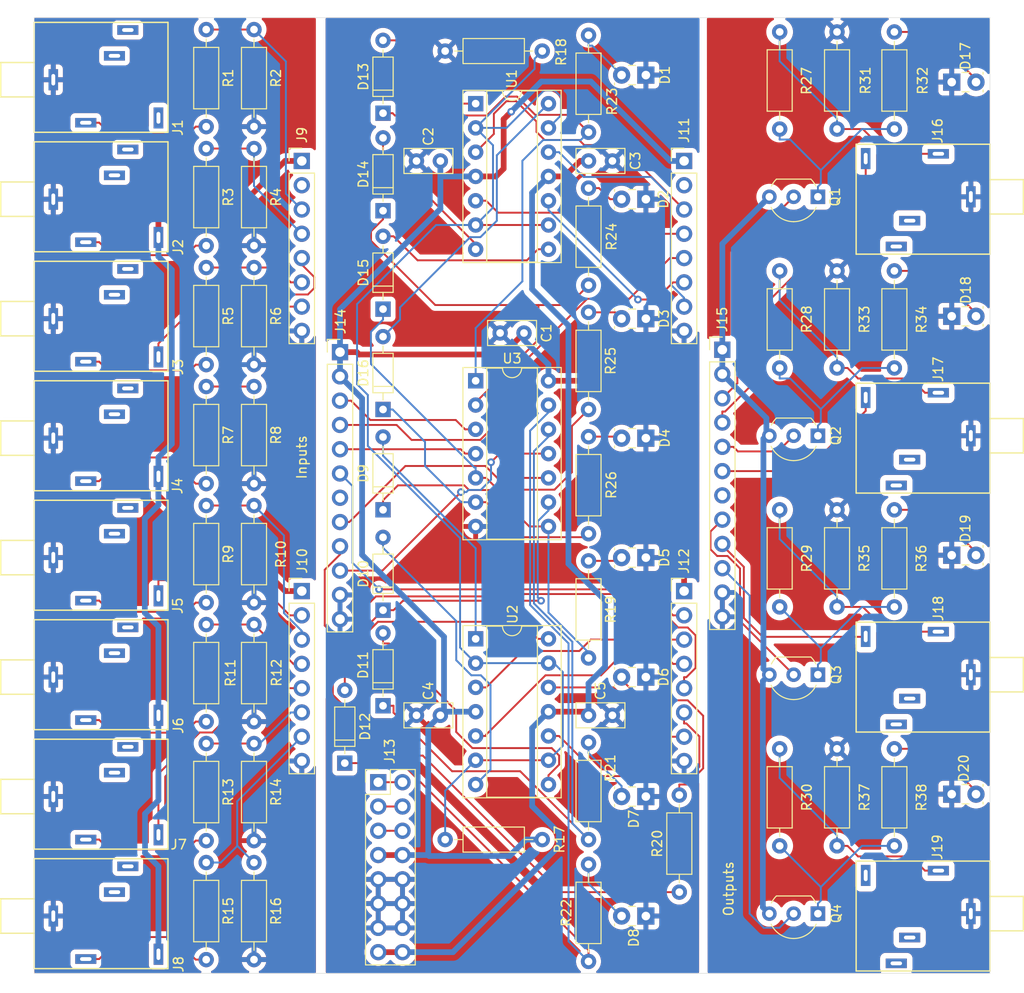
<source format=kicad_pcb>
(kicad_pcb (version 20241229) (generator "pcbnew") (generator_version "9.0")
  (layers (0 "F.Cu" signal) (2 "B.Cu" signal) (13 "F.Paste" user) (15 "B.Paste" user) (5 "F.SilkS" user "F.Silkscreen") (7 "B.SilkS" user "B.Silkscreen") (1 "F.Mask" user) (3 "B.Mask" user) (25 "Edge.Cuts" user))
  (net 0 "")
  (net 1 "/-12V_B")
  (net 2 "Net-(D1-Pad2)")
  (net 3 "Net-(D2-Pad2)")
  (net 4 "Net-(D3-Pad2)")
  (net 5 "Net-(D4-Pad2)")
  (net 6 "Net-(D5-Pad2)")
  (net 7 "Net-(D6-Pad2)")
  (net 8 "Net-(D7-Pad2)")
  (net 9 "Net-(D8-Pad2)")
  (net 10 "Net-(D9-Pad2)")
  (net 11 "Net-(D9-Pad1)")
  (net 12 "Net-(D10-Pad1)")
  (net 13 "Net-(D10-Pad2)")
  (net 14 "Net-(D11-Pad2)")
  (net 15 "Net-(D11-Pad1)")
  (net 16 "Net-(D12-Pad1)")
  (net 17 "Net-(D12-Pad2)")
  (net 18 "Net-(D13-Pad2)")
  (net 19 "Net-(D13-Pad1)")
  (net 20 "Net-(D14-Pad1)")
  (net 21 "Net-(D14-Pad2)")
  (net 22 "Net-(D15-Pad2)")
  (net 23 "Net-(D15-Pad1)")
  (net 24 "Net-(D16-Pad1)")
  (net 25 "Net-(D16-Pad2)")
  (net 26 "/GND_C")
  (net 27 "Net-(D17-Pad2)")
  (net 28 "Net-(D18-Pad2)")
  (net 29 "Net-(D19-Pad2)")
  (net 30 "Net-(D20-Pad2)")
  (net 31 "Net-(J1-Pad3)")
  (net 32 "Net-(J1-Pad2)")
  (net 33 "Net-(J2-Pad3)")
  (net 34 "Net-(J3-Pad3)")
  (net 35 "/1_Carry_A")
  (net 36 "Net-(J4-Pad3)")
  (net 37 "/2_Carry_A")
  (net 38 "Net-(J5-Pad3)")
  (net 39 "Net-(J6-Pad3)")
  (net 40 "Net-(J7-Pad3)")
  (net 41 "/3_Carry_A")
  (net 42 "Net-(J8-Pad3)")
  (net 43 "/IN2B_A")
  (net 44 "/IN2A_A")
  (net 45 "/IN1B_A")
  (net 46 "/IN1A_A")
  (net 47 "Net-(J9-Pad2)")
  (net 48 "/IN4B_A")
  (net 49 "/IN4A_A")
  (net 50 "/IN3B_A")
  (net 51 "/IN3A_A")
  (net 52 "Net-(J11-Pad2)")
  (net 53 "/IN1A_B")
  (net 54 "/IN1B_B")
  (net 55 "/1_Carry_B")
  (net 56 "/IN2A_B")
  (net 57 "/IN2B_B")
  (net 58 "/2_Carry_B")
  (net 59 "/IN3A_B")
  (net 60 "/IN3B_B")
  (net 61 "/3_Carry_B")
  (net 62 "/IN4A_B")
  (net 63 "/IN4B_B")
  (net 64 "Net-(J13-Pad5)")
  (net 65 "Net-(J13-Pad3)")
  (net 66 "Net-(J13-Pad1)")
  (net 67 "/Out4_B")
  (net 68 "/Out3_B")
  (net 69 "Net-(J14-Pad7)")
  (net 70 "/Out2_B")
  (net 71 "/Out1_B")
  (net 72 "/Out1_C")
  (net 73 "/1_Carry_C")
  (net 74 "/Out2_C")
  (net 75 "/2_Carry_C")
  (net 76 "Net-(J15-Pad7)")
  (net 77 "/Out3_C")
  (net 78 "/3_Carry_C")
  (net 79 "/Out4_C")
  (net 80 "Net-(J16-Pad3)")
  (net 81 "Net-(J17-Pad3)")
  (net 82 "Net-(J18-Pad3)")
  (net 83 "Net-(J19-Pad3)")
  (net 84 "Net-(J19-Pad2)")
  (net 85 "Net-(Q1-Pad1)")
  (net 86 "Net-(Q2-Pad1)")
  (net 87 "Net-(Q3-Pad1)")
  (net 88 "Net-(Q4-Pad1)")
  (net 89 "+12V_B")
  (net 90 "GND_B")
  (net 91 "GND_A")
  (net 92 "+12VDC_A")
  (net 93 "+12V_C")
  (net 94 "Bias")
  (footprint "Capacitors_THT:C_Disc_D5.0mm_W2.5mm_P2.50mm" (layer "F.Cu") (at 48.75 33)
    (property "Reference" "C1")
    (property "Value" "10uF")
  )
  (footprint "Capacitors_THT:C_Disc_D5.0mm_W2.5mm_P2.50mm" (layer "F.Cu") (at 40 15)
    (property "Reference" "C2")
    (property "Value" "10uF")
  )
  (footprint "Capacitors_THT:C_Disc_D5.0mm_W2.5mm_P2.50mm" (layer "F.Cu") (at 58 15)
    (property "Reference" "C3")
    (property "Value" "10uF")
  )
  (footprint "Capacitors_THT:C_Disc_D5.0mm_W2.5mm_P2.50mm" (layer "F.Cu") (at 40 73)
    (property "Reference" "C4")
    (property "Value" "10uF")
  )
  (footprint "Capacitors_THT:C_Disc_D5.0mm_W2.5mm_P2.50mm" (layer "F.Cu") (at 58 73)
    (property "Reference" "C5")
    (property "Value" "10uF")
  )
  (footprint "LEDs:LED_Rectangular_W3.9mm_H1.9mm" (layer "F.Cu") (at 64 6.0147 180)
    (property "Reference" "D1")
    (property "Value" "LED")
  )
  (footprint "LEDs:LED_Rectangular_W3.9mm_H1.9mm" (layer "F.Cu") (at 64 19 180)
    (property "Reference" "D2")
    (property "Value" "LED")
  )
  (footprint "LEDs:LED_Rectangular_W3.9mm_H1.9mm" (layer "F.Cu") (at 64 31.5 180)
    (property "Reference" "D3")
    (property "Value" "LED")
  )
  (footprint "LEDs:LED_Rectangular_W3.9mm_H1.9mm" (layer "F.Cu") (at 64 44 180)
    (property "Reference" "D4")
    (property "Value" "LED")
  )
  (footprint "LEDs:LED_Rectangular_W3.9mm_H1.9mm" (layer "F.Cu") (at 64 56.5 180)
    (property "Reference" "D5")
    (property "Value" "LED")
  )
  (footprint "LEDs:LED_Rectangular_W3.9mm_H1.9mm" (layer "F.Cu") (at 64 69 180)
    (property "Reference" "D6")
    (property "Value" "LED")
  )
  (footprint "LEDs:LED_Rectangular_W3.9mm_H1.9mm" (layer "F.Cu") (at 64 81.5 180)
    (property "Reference" "D7")
    (property "Value" "LED")
  )
  (footprint "LEDs:LED_Rectangular_W3.9mm_H1.9mm" (layer "F.Cu") (at 64 94 180)
    (property "Reference" "D8")
    (property "Value" "LED")
  )
  (footprint "Diodes_THT:D_DO-35_SOD27_P7.62mm_Horizontal" (layer "F.Cu") (at 36.5 51.5 90)
    (property "Reference" "D9")
    (property "Value" "1N4148")
  )
  (footprint "Diodes_THT:D_DO-35_SOD27_P7.62mm_Horizontal" (layer "F.Cu") (at 36.5 62 90)
    (property "Reference" "D10")
    (property "Value" "1N4148")
  )
  (footprint "Diodes_THT:D_DO-35_SOD27_P7.62mm_Horizontal" (layer "F.Cu") (at 36.5 72 90)
    (property "Reference" "D11")
    (property "Value" "1N4148")
  )
  (footprint "Diodes_THT:D_DO-35_SOD27_P7.62mm_Horizontal" (layer "F.Cu") (at 32.5 78 90)
    (property "Reference" "D12")
    (property "Value" "1N4148")
  )
  (footprint "Diodes_THT:D_DO-35_SOD27_P7.62mm_Horizontal" (layer "F.Cu") (at 36.5 10 90)
    (property "Reference" "D13")
    (property "Value" "1N4148")
  )
  (footprint "Diodes_THT:D_DO-35_SOD27_P7.62mm_Horizontal" (layer "F.Cu") (at 36.5 20.2057 90)
    (property "Reference" "D14")
    (property "Value" "1N4148")
  )
  (footprint "Diodes_THT:D_DO-35_SOD27_P7.62mm_Horizontal" (layer "F.Cu") (at 36.5 30.5 90)
    (property "Reference" "D15")
    (property "Value" "1N4148")
  )
  (footprint "Diodes_THT:D_DO-35_SOD27_P7.62mm_Horizontal" (layer "F.Cu") (at 36.5 41 90)
    (property "Reference" "D16")
    (property "Value" "1N4148")
  )
  (footprint "LEDs:LED_Rectangular_W3.9mm_H1.9mm" (layer "F.Cu") (at 96 6.75)
    (property "Reference" "D17")
    (property "Value" "LED")
  )
  (footprint "LEDs:LED_Rectangular_W3.9mm_H1.9mm" (layer "F.Cu") (at 96 31.25)
    (property "Reference" "D18")
    (property "Value" "LED")
  )
  (footprint "LEDs:LED_Rectangular_W3.9mm_H1.9mm" (layer "F.Cu") (at 96 56.25)
    (property "Reference" "D19")
    (property "Value" "LED")
  )
  (footprint "LEDs:LED_Rectangular_W3.9mm_H1.9mm" (layer "F.Cu") (at 96 81.25)
    (property "Reference" "D20")
    (property "Value" "LED")
  )
  (footprint "Pin_Headers:Pin_Header_Straight_1x08_Pitch2.54mm" (layer "F.Cu") (at 28 15)
    (property "Reference" "J9")
    (property "Value" "Conn_01x08")
  )
  (footprint "Pin_Headers:Pin_Header_Straight_1x08_Pitch2.54mm" (layer "F.Cu") (at 28 60)
    (property "Reference" "J10")
    (property "Value" "Conn_01x08")
  )
  (footprint "Pin_Headers:Pin_Header_Straight_1x08_Pitch2.54mm" (layer "F.Cu") (at 68 15)
    (property "Reference" "J11")
    (property "Value" "Conn_01x08")
  )
  (footprint "Pin_Headers:Pin_Header_Straight_1x08_Pitch2.54mm" (layer "F.Cu") (at 68 60)
    (property "Reference" "J12")
    (property "Value" "Conn_01x08")
  )
  (footprint "Pin_Headers:Pin_Header_Straight_2x08_Pitch2.54mm" (layer "F.Cu") (at 36 80)
    (property "Reference" "J13")
    (property "Value" "Conn_02x08_Odd_Even")
  )
  (footprint "Pin_Headers:Pin_Header_Straight_1x12_Pitch2.54mm" (layer "F.Cu") (at 32 35)
    (property "Reference" "J14")
    (property "Value" "Conn_01x12")
  )
  (footprint "Pin_Headers:Pin_Header_Straight_1x12_Pitch2.54mm" (layer "F.Cu") (at 72 34.75)
    (property "Reference" "J15")
    (property "Value" "Conn_01x12")
  )
  (footprint "Custom_Library:Mono_Jack_3.5mm_Switch_Switchcraft_35RAPC2AH3" (layer "F.Cu") (at 100 18.75 180)
    (property "Reference" "J16")
    (property "Value" "AudioJack1_Switch")
  )
  (footprint "Custom_Library:Mono_Jack_3.5mm_Switch_Switchcraft_35RAPC2AH3" (layer "F.Cu") (at 100 43.75 180)
    (property "Reference" "J17")
    (property "Value" "AudioJack1_Switch")
  )
  (footprint "Custom_Library:Mono_Jack_3.5mm_Switch_Switchcraft_35RAPC2AH3" (layer "F.Cu") (at 100 68.75 180)
    (property "Reference" "J18")
    (property "Value" "AudioJack1_Switch")
  )
  (footprint "Custom_Library:Mono_Jack_3.5mm_Switch_Switchcraft_35RAPC2AH3" (layer "F.Cu") (at 100 93.75 180)
    (property "Reference" "J19")
    (property "Value" "AudioJack1_Switch")
  )
  (footprint "TO_SOT_Packages_THT:TO-92_Inline_Wide" (layer "F.Cu") (at 82 18.75 180)
    (property "Reference" "Q1")
    (property "Value" "2N3904")
  )
  (footprint "TO_SOT_Packages_THT:TO-92_Inline_Wide" (layer "F.Cu") (at 82 43.75 180)
    (property "Reference" "Q2")
    (property "Value" "2N3904")
  )
  (footprint "TO_SOT_Packages_THT:TO-92_Inline_Wide" (layer "F.Cu") (at 82 68.75 180)
    (property "Reference" "Q3")
    (property "Value" "2N3904")
  )
  (footprint "TO_SOT_Packages_THT:TO-92_Inline_Wide" (layer "F.Cu") (at 82 93.75 180)
    (property "Reference" "Q4")
    (property "Value" "2N3904")
  )
  (footprint "Resistors_THT:R_Axial_DIN0207_L6.3mm_D2.5mm_P10.16mm_Horizontal" (layer "F.Cu") (at 18 1.25 -90)
    (property "Reference" "R1")
    (property "Value" "1k")
  )
  (footprint "Resistors_THT:R_Axial_DIN0207_L6.3mm_D2.5mm_P10.16mm_Horizontal" (layer "F.Cu") (at 23 1.25 -90)
    (property "Reference" "R2")
    (property "Value" "100k")
  )
  (footprint "Resistors_THT:R_Axial_DIN0207_L6.3mm_D2.5mm_P10.16mm_Horizontal" (layer "F.Cu") (at 18 13.7 -90)
    (property "Reference" "R3")
    (property "Value" "1k")
  )
  (footprint "Resistors_THT:R_Axial_DIN0207_L6.3mm_D2.5mm_P10.16mm_Horizontal" (layer "F.Cu") (at 23 13.7 -90)
    (property "Reference" "R4")
    (property "Value" "100k")
  )
  (footprint "Resistors_THT:R_Axial_DIN0207_L6.3mm_D2.5mm_P10.16mm_Horizontal" (layer "F.Cu") (at 18 26.15 -90)
    (property "Reference" "R5")
    (property "Value" "1k")
  )
  (footprint "Resistors_THT:R_Axial_DIN0207_L6.3mm_D2.5mm_P10.16mm_Horizontal" (layer "F.Cu") (at 23 26.15 -90)
    (property "Reference" "R6")
    (property "Value" "100k")
  )
  (footprint "Resistors_THT:R_Axial_DIN0207_L6.3mm_D2.5mm_P10.16mm_Horizontal" (layer "F.Cu") (at 18 38.6 -90)
    (property "Reference" "R7")
    (property "Value" "1k")
  )
  (footprint "Resistors_THT:R_Axial_DIN0207_L6.3mm_D2.5mm_P10.16mm_Horizontal" (layer "F.Cu") (at 23 38.6 -90)
    (property "Reference" "R8")
    (property "Value" "100k")
  )
  (footprint "Resistors_THT:R_Axial_DIN0207_L6.3mm_D2.5mm_P10.16mm_Horizontal" (layer "F.Cu") (at 18 51.05 -90)
    (property "Reference" "R9")
    (property "Value" "1k")
  )
  (footprint "Resistors_THT:R_Axial_DIN0207_L6.3mm_D2.5mm_P10.16mm_Horizontal" (layer "F.Cu") (at 23 51.05 -90)
    (property "Reference" "R10")
    (property "Value" "100k")
  )
  (footprint "Resistors_THT:R_Axial_DIN0207_L6.3mm_D2.5mm_P10.16mm_Horizontal" (layer "F.Cu") (at 18 63.5 -90)
    (property "Reference" "R11")
    (property "Value" "1k")
  )
  (footprint "Resistors_THT:R_Axial_DIN0207_L6.3mm_D2.5mm_P10.16mm_Horizontal" (layer "F.Cu") (at 23 63.5 -90)
    (property "Reference" "R12")
    (property "Value" "100k")
  )
  (footprint "Resistors_THT:R_Axial_DIN0207_L6.3mm_D2.5mm_P10.16mm_Horizontal" (layer "F.Cu") (at 18 75.95 -90)
    (property "Reference" "R13")
    (property "Value" "1k")
  )
  (footprint "Resistors_THT:R_Axial_DIN0207_L6.3mm_D2.5mm_P10.16mm_Horizontal" (layer "F.Cu") (at 23 75.95 -90)
    (property "Reference" "R14")
    (property "Value" "100k")
  )
  (footprint "Resistors_THT:R_Axial_DIN0207_L6.3mm_D2.5mm_P10.16mm_Horizontal" (layer "F.Cu") (at 18 88.4 -90)
    (property "Reference" "R15")
    (property "Value" "1k")
  )
  (footprint "Resistors_THT:R_Axial_DIN0207_L6.3mm_D2.5mm_P10.16mm_Horizontal" (layer "F.Cu") (at 23 88.4 -90)
    (property "Reference" "R16")
    (property "Value" "100k")
  )
  (footprint "Resistors_THT:R_Axial_DIN0207_L6.3mm_D2.5mm_P10.16mm_Horizontal" (layer "F.Cu") (at 43 86)
    (property "Reference" "R17")
    (property "Value" "100k")
  )
  (footprint "Resistors_THT:R_Axial_DIN0207_L6.3mm_D2.5mm_P10.16mm_Horizontal" (layer "F.Cu") (at 43 3.5)
    (property "Reference" "R18")
    (property "Value" "10k")
  )
  (footprint "Resistors_THT:R_Axial_DIN0207_L6.3mm_D2.5mm_P10.16mm_Horizontal" (layer "F.Cu") (at 58 67 90)
    (property "Reference" "R19")
    (property "Value" "2k7")
  )
  (footprint "Resistors_THT:R_Axial_DIN0207_L6.3mm_D2.5mm_P10.16mm_Horizontal" (layer "F.Cu") (at 67.5 91.5 90)
    (property "Reference" "R20")
    (property "Value" "2k7")
  )
  (footprint "Resistors_THT:R_Axial_DIN0207_L6.3mm_D2.5mm_P10.16mm_Horizontal" (layer "F.Cu") (at 58 86 90)
    (property "Reference" "R21")
    (property "Value" "2k7")
  )
  (footprint "Resistors_THT:R_Axial_DIN0207_L6.3mm_D2.5mm_P10.16mm_Horizontal" (layer "F.Cu") (at 58 98.75 90)
    (property "Reference" "R22")
    (property "Value" "2k7")
  )
  (footprint "Resistors_THT:R_Axial_DIN0207_L6.3mm_D2.5mm_P10.16mm_Horizontal" (layer "F.Cu") (at 58 12 90)
    (property "Reference" "R23")
    (property "Value" "2k7")
  )
  (footprint "Resistors_THT:R_Axial_DIN0207_L6.3mm_D2.5mm_P10.16mm_Horizontal" (layer "F.Cu") (at 58 28 90)
    (property "Reference" "R24")
    (property "Value" "2k7")
  )
  (footprint "Resistors_THT:R_Axial_DIN0207_L6.3mm_D2.5mm_P10.16mm_Horizontal" (layer "F.Cu") (at 58 41 90)
    (property "Reference" "R25")
    (property "Value" "2k7")
  )
  (footprint "Resistors_THT:R_Axial_DIN0207_L6.3mm_D2.5mm_P10.16mm_Horizontal" (layer "F.Cu") (at 58 54 90)
    (property "Reference" "R26")
    (property "Value" "2k7")
  )
  (footprint "Resistors_THT:R_Axial_DIN0207_L6.3mm_D2.5mm_P10.16mm_Horizontal" (layer "F.Cu") (at 78 1.5 -90)
    (property "Reference" "R27")
    (property "Value" "1k")
  )
  (footprint "Resistors_THT:R_Axial_DIN0207_L6.3mm_D2.5mm_P10.16mm_Horizontal" (layer "F.Cu") (at 78 26.5 -90)
    (property "Reference" "R28")
    (property "Value" "1k")
  )
  (footprint "Resistors_THT:R_Axial_DIN0207_L6.3mm_D2.5mm_P10.16mm_Horizontal" (layer "F.Cu") (at 78 51.5 -90)
    (property "Reference" "R29")
    (property "Value" "1k")
  )
  (footprint "Resistors_THT:R_Axial_DIN0207_L6.3mm_D2.5mm_P10.16mm_Horizontal" (layer "F.Cu") (at 78 76.5 -90)
    (property "Reference" "R30")
    (property "Value" "1k")
  )
  (footprint "Resistors_THT:R_Axial_DIN0207_L6.3mm_D2.5mm_P10.16mm_Horizontal" (layer "F.Cu") (at 84 1.5 -90)
    (property "Reference" "R31")
    (property "Value" "1k")
  )
  (footprint "Resistors_THT:R_Axial_DIN0207_L6.3mm_D2.5mm_P10.16mm_Horizontal" (layer "F.Cu") (at 90 1.5 -90)
    (property "Reference" "R32")
    (property "Value" "2k7")
  )
  (footprint "Resistors_THT:R_Axial_DIN0207_L6.3mm_D2.5mm_P10.16mm_Horizontal" (layer "F.Cu") (at 84 26.5 -90)
    (property "Reference" "R33")
    (property "Value" "1k")
  )
  (footprint "Resistors_THT:R_Axial_DIN0207_L6.3mm_D2.5mm_P10.16mm_Horizontal" (layer "F.Cu") (at 90 26.5 -90)
    (property "Reference" "R34")
    (property "Value" "2k7")
  )
  (footprint "Resistors_THT:R_Axial_DIN0207_L6.3mm_D2.5mm_P10.16mm_Horizontal" (layer "F.Cu") (at 84 51.5 -90)
    (property "Reference" "R35")
    (property "Value" "1k")
  )
  (footprint "Resistors_THT:R_Axial_DIN0207_L6.3mm_D2.5mm_P10.16mm_Horizontal" (layer "F.Cu") (at 90 51.5 -90)
    (property "Reference" "R36")
    (property "Value" "2k7")
  )
  (footprint "Resistors_THT:R_Axial_DIN0207_L6.3mm_D2.5mm_P10.16mm_Horizontal" (layer "F.Cu") (at 84 76.5 -90)
    (property "Reference" "R37")
    (property "Value" "1k")
  )
  (footprint "Resistors_THT:R_Axial_DIN0207_L6.3mm_D2.5mm_P10.16mm_Horizontal" (layer "F.Cu") (at 90 76.5 -90)
    (property "Reference" "R38")
    (property "Value" "2k7")
  )
  (footprint "Housings_DIP:DIP-14_W7.62mm_Socket" (layer "F.Cu") (at 46.19 9)
    (property "Reference" "U1")
    (property "Value" "TL074")
  )
  (footprint "Housings_DIP:DIP-14_W7.62mm_Socket" (layer "F.Cu") (at 46.19 65)
    (property "Reference" "U2")
    (property "Value" "TL074")
  )
  (footprint "Custom_Library:Mono_Jack_3.5mm_Switch_Switchcraft_35RAPC2AH3" (layer "F.Cu") (at 0 56.5)
    (property "Reference" "J5")
    (property "Value" "AudioJack1_Switch")
  )
  (footprint "Custom_Library:Mono_Jack_3.5mm_Switch_Switchcraft_35RAPC2AH3" (layer "F.Cu") (at 0 6.5)
    (property "Reference" "J1")
    (property "Value" "AudioJack1_Switch")
  )
  (footprint "Custom_Library:Mono_Jack_3.5mm_Switch_Switchcraft_35RAPC2AH3" (layer "F.Cu") (at 0 94)
    (property "Reference" "J8")
    (property "Value" "AudioJack1_Switch")
  )
  (footprint "Custom_Library:Mono_Jack_3.5mm_Switch_Switchcraft_35RAPC2AH3" (layer "F.Cu") (at 0 31.5)
    (property "Reference" "J3")
    (property "Value" "AudioJack1_Switch")
  )
  (footprint "Custom_Library:Mono_Jack_3.5mm_Switch_Switchcraft_35RAPC2AH3" (layer "F.Cu") (at 0 69)
    (property "Reference" "J6")
    (property "Value" "AudioJack1_Switch")
  )
  (footprint "Custom_Library:Mono_Jack_3.5mm_Switch_Switchcraft_35RAPC2AH3" (layer "F.Cu") (at 0 19)
    (property "Reference" "J2")
    (property "Value" "AudioJack1_Switch")
  )
  (footprint "Custom_Library:Mono_Jack_3.5mm_Switch_Switchcraft_35RAPC2AH3" (layer "F.Cu") (at 0 81.5)
    (property "Reference" "J7")
    (property "Value" "AudioJack1_Switch")
  )
  (footprint "Custom_Library:Mono_Jack_3.5mm_Switch_Switchcraft_35RAPC2AH3" (layer "F.Cu") (at 0 44)
    (property "Reference" "J4")
    (property "Value" "AudioJack1_Switch")
  )
  (footprint "Housings_DIP:DIP-14_W7.62mm_Socket" (layer "F.Cu") (at 46.19 38)
    (property "Reference" "U3")
    (property "Value" "CD4011")
  )
  (gr_line (start 0 0) (end 100 0) (stroke (width 0.05)) (layer "Edge.Cuts"))
  (gr_line (start 0 100) (end 100 100) (stroke (width 0.05)) (layer "Edge.Cuts"))
  (gr_line (start 100 0) (end 100 100) (stroke (width 0.05)) (layer "Edge.Cuts"))
  (gr_line (start 0 0) (end 0 100) (stroke (width 0.05)) (layer "Edge.Cuts"))
  (gr_text "Outputs" (at 72.6567 91.14282 90) (layer "F.SilkS") (effects (font (size 1 1))))
  (gr_text "Inputs" (at 28 46 90) (layer "F.SilkS") (effects (font (size 1 1))))
  (segment (start 55.5103 16.62) (end 57.1303 15) (width 0.6) (layer "F.Cu") (net 1))
  (segment (start 57.62 72.62) (end 58 73) (width 0.6) (layer "F.Cu") (net 1))
  (segment (start 53.81 72.62) (end 57.62 72.62) (width 0.6) (layer "F.Cu") (net 1))
  (segment (start 36 97.78) (end 38.54 97.78) (width 0.6) (layer "F.Cu") (net 1))
  (segment (start 53.81 16.62) (end 55.5103 16.62) (width 0.6) (layer "F.Cu") (net 1))
  (segment (start 57.1303 15) (end 58 15) (width 0.6) (layer "F.Cu") (net 1))
  (segment (start 59.7345 60.9791) (end 55.8992 57.1438) (width 0.6) (layer "B.Cu") (net 1))
  (segment (start 58 69.6594) (end 59.7345 67.9249) (width 0.6) (layer "B.Cu") (net 1))
  (segment (start 55.8992 32.213) (end 52.095 28.4088) (width 0.6) (layer "B.Cu") (net 1))
  (segment (start 58 73) (end 58 69.6594) (width 0.6) (layer "B.Cu") (net 1))
  (segment (start 52.1027 82.504) (end 52.1027 74.3273) (width 0.6) (layer "B.Cu") (net 1))
  (segment (start 52.1027 74.3273) (end 53.81 72.62) (width 0.6) (layer "B.Cu") (net 1))
  (segment (start 43.815 97.78) (end 54.9071 86.6879) (width 0.6) (layer "B.Cu") (net 1))
  (segment (start 55.8992 57.1438) (end 55.8992 32.213) (width 0.6) (layer "B.Cu") (net 1))
  (segment (start 52.095 18.335) (end 53.81 16.62) (width 0.6) (layer "B.Cu") (net 1))
  (segment (start 54.9071 86.6879) (end 54.9071 85.3084) (width 0.6) (layer "B.Cu") (net 1))
  (segment (start 52.095 28.4088) (end 52.095 18.335) (width 0.6) (layer "B.Cu") (net 1))
  (segment (start 59.7345 67.9249) (end 59.7345 60.9791) (width 0.6) (layer "B.Cu") (net 1))
  (segment (start 38.54 97.78) (end 43.815 97.78) (width 0.6) (layer "B.Cu") (net 1))
  (segment (start 54.9071 85.3084) (end 52.1027 82.504) (width 0.6) (layer "B.Cu") (net 1))
  (segment (start 58 1.84) (end 58 2.9403) (width 0.2) (layer "B.Cu") (net 2))
  (segment (start 58.3856 2.9403) (end 61.46 6.0147) (width 0.2) (layer "B.Cu") (net 2))
  (segment (start 58 2.9403) (end 58.3856 2.9403) (width 0.2) (layer "B.Cu") (net 2))
  (segment (start 60.2603 19) (end 61.46 19) (width 0.2) (layer "F.Cu") (net 3))
  (segment (start 59.1003 17.84) (end 60.2603 19) (width 0.2) (layer "F.Cu") (net 3))
  (segment (start 58 17.84) (end 59.1003 17.84) (width 0.2) (layer "F.Cu") (net 3))
  (segment (start 58 30.84) (end 60.8 30.84) (width 0.2) (layer "F.Cu") (net 4))
  (segment (start 60.8 30.84) (end 61.46 31.5) (width 0.2) (layer "F.Cu") (net 4))
  (segment (start 61.3 43.84) (end 61.46 44) (width 0.2) (layer "F.Cu") (net 5))
  (segment (start 58 43.84) (end 61.3 43.84) (width 0.2) (layer "F.Cu") (net 5))
  (segment (start 58 56.84) (end 61.12 56.84) (width 0.2) (layer "F.Cu") (net 6))
  (segment (start 61.12 56.84) (end 61.46 56.5) (width 0.2) (layer "F.Cu") (net 6))
  (segment (start 67.5 80.2397) (end 68.3026 80.2397) (width 0.2) (layer "F.Cu") (net 7))
  (segment (start 68.3026 80.2397) (end 69.9948 78.5475) (width 0.2) (layer "F.Cu") (net 7))
  (segment (start 61.46 69.2725) (end 61.46 69) (width 0.2) (layer "F.Cu") (net 7))
  (segment (start 69.9948 73.048) (end 68.3768 71.43) (width 0.2) (layer "F.Cu") (net 7))
  (segment (start 67.5 81.34) (end 67.5 80.2397) (width 0.2) (layer "F.Cu") (net 7))
  (segment (start 69.9948 78.5475) (end 69.9948 73.048) (width 0.2) (layer "F.Cu") (net 7))
  (segment (start 63.6175 71.43) (end 61.46 69.2725) (width 0.2) (layer "F.Cu") (net 7))
  (segment (start 68.3768 71.43) (end 63.6175 71.43) (width 0.2) (layer "F.Cu") (net 7))
  (segment (start 61.46 80.4003) (end 61.46 81.5) (width 0.2) (layer "B.Cu") (net 8))
  (segment (start 58 76.9403) (end 61.46 80.4003) (width 0.2) (layer "B.Cu") (net 8))
  (segment (start 58 75.84) (end 58 76.9403) (width 0.2) (layer "B.Cu") (net 8))
  (segment (start 58 90.60344) (end 61.39656 94) (width 0.2) (layer "B.Cu") (net 9))
  (segment (start 58 88.59) (end 58 90.60344) (width 0.2) (layer "B.Cu") (net 9))
  (segment (start 61.39656 94) (end 61.46 94) (width 0.2) (layer "B.Cu") (net 9))
  (segment (start 46.19 55.5303) (end 36.5 45.8403) (width 0.2) (layer "B.Cu") (net 10))
  (segment (start 36.5 45.8403) (end 36.5 45.01137) (width 0.2) (layer "B.Cu") (net 10))
  (segment (start 46.19 65) (end 46.19 55.5303) (width 0.2) (layer "B.Cu") (net 10))
  (segment (start 36.5 45.01137) (end 36.5 43.88) (width 0.2) (layer "B.Cu") (net 10))
  (segment (start 51.804 53.24) (end 47.994 49.43) (width 0.2) (layer "F.Cu") (net 11))
  (segment (start 36.5 50.5) (end 36.5 51.5) (width 0.2) (layer "F.Cu") (net 11))
  (segment (start 53.81 53.24) (end 51.804 53.24) (width 0.2) (layer "F.Cu") (net 11))
  (segment (start 45.495224 49.43) (end 45.004442 48.939218) (width 0.2) (layer "F.Cu") (net 11))
  (segment (start 45.004442 48.939218) (end 38.060782 48.939218) (width 0.2) (layer "F.Cu") (net 11))
  (segment (start 47.994 49.43) (end 45.495224 49.43) (width 0.2) (layer "F.Cu") (net 11))
  (segment (start 38.060782 48.939218) (end 36.5 50.5) (width 0.2) (layer "F.Cu") (net 11))
  (segment (start 58 67) (end 58 66.4339) (width 0.2) (layer "B.Cu") (net 11))
  (segment (start 58 66.4339) (end 53.81 62.2439) (width 0.2) (layer "B.Cu") (net 11))
  (segment (start 53.81 53.24) (end 53.81 54.3403) (width 0.2) (layer "B.Cu") (net 11))
  (segment (start 53.81 62.2439) (end 53.81 54.3403) (width 0.2) (layer "B.Cu") (net 11))
  (segment (start 38.5887 61.0116) (end 53.0312 61.0116) (width 0.2) (layer "F.Cu") (net 12))
  (segment (start 54.9418 91.5) (end 67.5 91.5) (width 0.2) (layer "F.Cu") (net 12))
  (segment (start 36.5 62) (end 37.6003 62) (width 0.2) (layer "F.Cu") (net 12))
  (segment (start 37.60774 77.2165) (end 40.6583 77.2165) (width 0.2) (layer "F.Cu") (net 12))
  (segment (start 31.24708 70.85584) (end 37.60774 77.2165) (width 0.2) (layer "F.Cu") (net 12))
  (segment (start 37.6003 62) (end 38.5887 61.0116) (width 0.2) (layer "F.Cu") (net 12))
  (segment (start 31.24708 67.25292) (end 31.24708 70.85584) (width 0.2) (layer "F.Cu") (net 12))
  (segment (start 40.6583 77.2165) (end 54.9418 91.5) (width 0.2) (layer "F.Cu") (net 12))
  (segment (start 36.5 62) (end 31.24708 67.25292) (width 0.2) (layer "F.Cu") (net 12))
  (via (at 53.0312 61.0116) (size 0.8) (drill 0.4) (layers "F.Cu" "B.Cu") (net 12))
  (segment (start 52.6879 60.6683) (end 53.0312 61.0116) (width 0.2) (layer "B.Cu") (net 12))
  (segment (start 53.81 50.7) (end 53.81 51.5746) (width 0.2) (layer "B.Cu") (net 12))
  (segment (start 53.81 51.5746) (end 52.6879 52.6967) (width 0.2) (layer "B.Cu") (net 12))
  (segment (start 52.6879 52.6967) (end 52.6879 60.6683) (width 0.2) (layer "B.Cu") (net 12))
  (segment (start 45.73664 68.81) (end 44.1616 67.23496) (width 0.2) (layer "B.Cu") (net 13))
  (segment (start 44.1616 63.1419) (end 36.5 55.4803) (width 0.2) (layer "B.Cu") (net 13))
  (segment (start 47.7443 78.6857) (end 47.7443 69.81944) (width 0.2) (layer "B.Cu") (net 13))
  (segment (start 47.7443 69.81944) (end 46.73486 68.81) (width 0.2) (layer "B.Cu") (net 13))
  (segment (start 44.1616 67.23496) (end 44.1616 63.1419) (width 0.2) (layer "B.Cu") (net 13))
  (segment (start 46.73486 68.81) (end 45.73664 68.81) (width 0.2) (layer "B.Cu") (net 13))
  (segment (start 36.5 55.4803) (end 36.5 54.38) (width 0.2) (layer "B.Cu") (net 13))
  (segment (start 46.19 80.24) (end 47.7443 78.6857) (width 0.2) (layer "B.Cu") (net 13))
  (segment (start 44.155 74.7396) (end 44.155 72.5182) (width 0.2) (layer "F.Cu") (net 14))
  (segment (start 54.1495 76.43) (end 45.8454 76.43) (width 0.2) (layer "F.Cu") (net 14))
  (segment (start 37.1171 65.4803) (end 36.5 65.4803) (width 0.2) (layer "F.Cu") (net 14))
  (segment (start 53.81 79.2772) (end 54.9241 78.1631) (width 0.2) (layer "F.Cu") (net 14))
  (segment (start 45.8454 76.43) (end 44.155 74.7396) (width 0.2) (layer "F.Cu") (net 14))
  (segment (start 44.155 72.5182) (end 37.1171 65.4803) (width 0.2) (layer "F.Cu") (net 14))
  (segment (start 54.9241 77.2046) (end 54.1495 76.43) (width 0.2) (layer "F.Cu") (net 14))
  (segment (start 36.5 65.4803) (end 36.5 64.38) (width 0.2) (layer "F.Cu") (net 14))
  (segment (start 54.9241 78.1631) (end 54.9241 77.2046) (width 0.2) (layer "F.Cu") (net 14))
  (segment (start 53.81 80.24) (end 53.81 79.2772) (width 0.2) (layer "F.Cu") (net 14))
  (segment (start 37.6003 72.7221) (end 37.6003 72) (width 0.2) (layer "F.Cu") (net 15))
  (segment (start 43.7278 78.8496) (end 37.6003 72.7221) (width 0.2) (layer "F.Cu") (net 15))
  (segment (start 50.8496 78.8496) (end 43.7278 78.8496) (width 0.2) (layer "F.Cu") (net 15))
  (segment (start 36.5 72) (end 37.6003 72) (width 0.2) (layer "F.Cu") (net 15))
  (segment (start 58 86) (end 50.8496 78.8496) (width 0.2) (layer "F.Cu") (net 15))
  (segment (start 53.81 43.84792) (end 53.81 43.08) (width 0.2) (layer "B.Cu") (net 15))
  (segment (start 52.2876 61.2876) (end 52.2876 45.37032) (width 0.2) (layer "B.Cu") (net 15))
  (segment (start 52.2876 45.37032) (end 53.81 43.84792) (width 0.2) (layer "B.Cu") (net 15))
  (segment (start 56.3078 84.3078) (end 56.3078 65.3078) (width 0.2) (layer "B.Cu") (net 15))
  (segment (start 56.3078 65.3078) (end 52.2876 61.2876) (width 0.2) (layer "B.Cu") (net 15))
  (segment (start 58 86) (end 56.3078 84.3078) (width 0.2) (layer "B.Cu") (net 15))
  (segment (start 38.43188 78) (end 33.6003 78) (width 0.2) (layer "F.Cu") (net 16))
  (segment (start 58 98.75) (end 58 97.56812) (width 0.2) (layer "F.Cu") (net 16))
  (segment (start 33.6003 78) (end 32.5 78) (width 0.2) (layer "F.Cu") (net 16))
  (segment (start 58 97.56812) (end 38.43188 78) (width 0.2) (layer "F.Cu") (net 16))
  (segment (start 55.9075 96.6575) (end 58 98.75) (width 0.2) (layer "B.Cu") (net 16))
  (segment (start 51.8872 61.4535) (end 55.9075 65.4738) (width 0.2) (layer "B.Cu") (net 16))
  (segment (start 51.8872 43.22564) (end 51.8872 61.4535) (width 0.2) (layer "B.Cu") (net 16))
  (segment (start 53.81 41.30284) (end 51.8872 43.22564) (width 0.2) (layer "B.Cu") (net 16))
  (segment (start 55.9075 65.4738) (end 55.9075 96.6575) (width 0.2) (layer "B.Cu") (net 16))
  (segment (start 53.81 40.54) (end 53.81 41.30284) (width 0.2) (layer "B.Cu") (net 16))
  (segment (start 53.81 65) (end 52.7097 65) (width 0.2) (layer "F.Cu") (net 17))
  (segment (start 32.5 66.68446) (end 32.5 70.38) (width 0.2) (layer "F.Cu") (net 17))
  (segment (start 35.97148 63.21298) (end 32.5 66.68446) (width 0.2) (layer "F.Cu") (net 17))
  (segment (start 50.92268 63.21298) (end 35.97148 63.21298) (width 0.2) (layer "F.Cu") (net 17))
  (segment (start 52.7097 65) (end 50.92268 63.21298) (width 0.2) (layer "F.Cu") (net 17))
  (segment (start 44.42538 9) (end 37.80538 2.38) (width 0.2) (layer "F.Cu") (net 18))
  (segment (start 37.80538 2.38) (end 36.5 2.38) (width 0.2) (layer "F.Cu") (net 18))
  (segment (start 46.19 9) (end 44.42538 9) (width 0.2) (layer "F.Cu") (net 18))
  (segment (start 58 12) (end 56.17524 10.17524) (width 0.2) (layer "F.Cu") (net 19))
  (segment (start 56.17524 10.17524) (end 52.42306 10.17524) (width 0.2) (layer "F.Cu") (net 19))
  (segment (start 50.51298 8.26516) (end 49.32426 8.26516) (width 0.2) (layer "F.Cu") (net 19))
  (segment (start 52.42306 10.17524) (end 50.51298 8.26516) (width 0.2) (layer "F.Cu") (net 19))
  (segment (start 37.5 10) (end 36.5 10) (width 0.2) (layer "F.Cu") (net 19))
  (segment (start 49.32426 8.26516) (end 47.34814 10.24128) (width 0.2) (layer "F.Cu") (net 19))
  (segment (start 47.34814 10.24128) (end 37.74128 10.24128) (width 0.2) (layer "F.Cu") (net 19))
  (segment (start 37.74128 10.24128) (end 37.5 10) (width 0.2) (layer "F.Cu") (net 19))
  (segment (start 51.08 14.98032) (end 53.25032 12.81) (width 0.2) (layer "B.Cu") (net 19))
  (segment (start 53.25032 12.81) (end 57.19 12.81) (width 0.2) (layer "B.Cu") (net 19))
  (segment (start 46.19 32.4823) (end 51.08 27.5923) (width 0.2) (layer "B.Cu") (net 19))
  (segment (start 57.19 12.81) (end 58 12) (width 0.2) (layer "B.Cu") (net 19))
  (segment (start 51.08 27.5923) (end 51.08 14.98032) (width 0.2) (layer "B.Cu") (net 19))
  (segment (start 46.19 38) (end 46.19 32.4823) (width 0.2) (layer "B.Cu") (net 19))
  (segment (start 35.2425 23.3553) (end 35.2425 22.35708) (width 0.2) (layer "F.Cu") (net 20))
  (segment (start 55.9259 30.0741) (end 52.7635 30.0741) (width 0.2) (layer "F.Cu") (net 20))
  (segment (start 58 28) (end 55.9259 30.0741) (width 0.2) (layer "F.Cu") (net 20))
  (segment (start 41.9613 30.0741) (end 35.2425 23.3553) (width 0.2) (layer "F.Cu") (net 20))
  (segment (start 36.5 21.09958) (end 36.5 20.2057) (width 0.2) (layer "F.Cu") (net 20))
  (segment (start 46.19 40.54) (end 46.19 40.2584) (width 0.2) (layer "F.Cu") (net 20))
  (segment (start 46.19 40.2584) (end 52.7635 33.6849) (width 0.2) (layer "F.Cu") (net 20))
  (segment (start 52.7635 30.0741) (end 41.9613 30.0741) (width 0.2) (layer "F.Cu") (net 20))
  (segment (start 35.2425 22.35708) (end 36.5 21.09958) (width 0.2) (layer "F.Cu") (net 20))
  (segment (start 52.7635 33.6849) (end 52.7635 30.0741) (width 0.2) (layer "F.Cu") (net 20))
  (segment (start 36.5 13.99306) (end 36.5 12.5857) (width 0.2) (layer "F.Cu") (net 21))
  (segment (start 46.19 23.68814) (end 45.85462 23.35276) (width 0.2) (layer "F.Cu") (net 21))
  (segment (start 45.85462 23.34768) (end 36.5 13.99306) (width 0.2) (layer "F.Cu") (net 21))
  (segment (start 45.85462 23.35276) (end 45.85462 23.34768) (width 0.2) (layer "F.Cu") (net 21))
  (segment (start 46.19 24.24) (end 46.19 23.68814) (width 0.2) (layer "F.Cu") (net 21))
  (segment (start 52.7097 24.24) (end 51.5557 25.394) (width 0.2) (layer "F.Cu") (net 22))
  (segment (start 40.1143 25.394) (end 37.6003 22.88) (width 0.2) (layer "F.Cu") (net 22))
  (segment (start 53.81 24.24) (end 52.7097 24.24) (width 0.2) (layer "F.Cu") (net 22))
  (segment (start 51.5557 25.394) (end 40.1143 25.394) (width 0.2) (layer "F.Cu") (net 22))
  (segment (start 36.5 22.88) (end 37.6003 22.88) (width 0.2) (layer "F.Cu") (net 22))
  (segment (start 54.43728 49.39284) (end 48.52314 49.39284) (width 0.2) (layer "F.Cu") (net 23))
  (segment (start 56.2604 47.56972) (end 54.43728 49.39284) (width 0.2) (layer "F.Cu") (net 23))
  (segment (start 58 41) (end 56.2604 42.7396) (width 0.2) (layer "F.Cu") (net 23))
  (segment (start 56.2604 42.7396) (end 56.2604 47.56972) (width 0.2) (layer "F.Cu") (net 23))
  (segment (start 48.52314 49.39284) (end 47.2903 48.16) (width 0.2) (layer "F.Cu") (net 23))
  (segment (start 47.2903 48.16) (end 46.19 48.16) (width 0.2) (layer "F.Cu") (net 23))
  (segment (start 46.0525 47.0597) (end 35.23234 36.23954) (width 0.2) (layer "B.Cu") (net 23))
  (segment (start 35.23234 32.86796) (end 36.5 31.6003) (width 0.2) (layer "B.Cu") (net 23))
  (segment (start 46.19 47.0597) (end 46.0525 47.0597) (width 0.2) (layer "B.Cu") (net 23))
  (segment (start 36.5 31.6003) (end 36.5 30.5) (width 0.2) (layer "B.Cu") (net 23))
  (segment (start 35.23234 36.23954) (end 35.23234 32.86796) (width 0.2) (layer "B.Cu") (net 23))
  (segment (start 46.19 48.16) (end 46.19 47.0597) (width 0.2) (layer "B.Cu") (net 23))
  (segment (start 57.6367 54.3633) (end 58 54) (width 0.2) (layer "F.Cu") (net 24))
  (segment (start 47.2903 50.7) (end 50.9536 54.3633) (width 0.2) (layer "F.Cu") (net 24))
  (segment (start 50.9536 54.3633) (end 57.6367 54.3633) (width 0.2) (layer "F.Cu") (net 24))
  (segment (start 46.19 50.7) (end 47.2903 50.7) (width 0.2) (layer "F.Cu") (net 24))
  (segment (start 36.5 41) (end 37.5 41) (width 0.2) (layer "B.Cu") (net 24))
  (segment (start 40.8941 44.3941) (end 40.8941 46.913582) (width 0.2) (layer "B.Cu") (net 24))
  (segment (start 45.05863 50.7) (end 46.19 50.7) (width 0.2) (layer "B.Cu") (net 24))
  (segment (start 40.8941 46.913582) (end 44.680518 50.7) (width 0.2) (layer "B.Cu") (net 24))
  (segment (start 44.680518 50.7) (end 45.05863 50.7) (width 0.2) (layer "B.Cu") (net 24))
  (segment (start 37.5 41) (end 40.8941 44.3941) (width 0.2) (layer "B.Cu") (net 24))
  (segment (start 38.2796 30.3131) (end 38.2796 31.6004) (width 0.2) (layer "B.Cu") (net 25))
  (segment (start 48.406011 14.403989) (end 48.406011 21.256029) (width 0.2) (layer "B.Cu") (net 25))
  (segment (start 45.6227 22.97) (end 38.2796 30.3131) (width 0.2) (layer "B.Cu") (net 25))
  (segment (start 53.81 9) (end 48.406011 14.403989) (width 0.2) (layer "B.Cu") (net 25))
  (segment (start 37.299999 32.580001) (end 36.5 33.38) (width 0.2) (layer "B.Cu") (net 25))
  (segment (start 46.69204 22.97) (end 45.6227 22.97) (width 0.2) (layer "B.Cu") (net 25))
  (segment (start 38.2796 31.6004) (end 37.299999 32.580001) (width 0.2) (layer "B.Cu") (net 25))
  (segment (start 48.406011 21.256029) (end 46.69204 22.97) (width 0.2) (layer "B.Cu") (net 25))
  (segment (start 98.54 6.4656) (end 98.54 6.75) (width 0.2) (layer "F.Cu") (net 27))
  (segment (start 93.5744 1.5) (end 98.54 6.4656) (width 0.2) (layer "F.Cu") (net 27))
  (segment (start 90 1.5) (end 93.5744 1.5) (width 0.2) (layer "F.Cu") (net 27))
  (segment (start 98.54 30.9398) (end 98.54 31.25) (width 0.2) (layer "F.Cu") (net 28))
  (segment (start 94.1002 26.5) (end 98.54 30.9398) (width 0.2) (layer "F.Cu") (net 28))
  (segment (start 90 26.5) (end 94.1002 26.5) (width 0.2) (layer "F.Cu") (net 28))
  (segment (start 90 51.5) (end 94.1002 51.5) (width 0.2) (layer "F.Cu") (net 29))
  (segment (start 98.54 55.9398) (end 98.54 56.25) (width 0.2) (layer "F.Cu") (net 29))
  (segment (start 94.1002 51.5) (end 98.54 55.9398) (width 0.2) (layer "F.Cu") (net 29))
  (segment (start 90 76.5) (end 94.1002 76.5) (width 0.2) (layer "F.Cu") (net 30))
  (segment (start 98.54 80.9398) (end 98.54 81.25) (width 0.2) (layer "F.Cu") (net 30))
  (segment (start 94.1002 76.5) (end 98.54 80.9398) (width 0.2) (layer "F.Cu") (net 30))
  (segment (start 18 11.41) (end 16.8997 11.41) (width 0.2) (layer "F.Cu") (net 31))
  (segment (start 6.8003 11) (end 5.4 11) (width 0.2) (layer "F.Cu") (net 31))
  (segment (start 16.24978 12.05992) (end 7.86022 12.05992) (width 0.2) (layer "F.Cu") (net 31))
  (segment (start 7.86022 12.05992) (end 6.8003 11) (width 0.2) (layer "F.Cu") (net 31))
  (segment (start 16.8997 11.41) (end 16.24978 12.05992) (width 0.2) (layer "F.Cu") (net 31))
  (segment (start 18 23.86) (end 16.8997 23.86) (width 0.2) (layer "F.Cu") (net 33))
  (segment (start 8.1546 24.8543) (end 6.8003 23.5) (width 0.2) (layer "F.Cu") (net 33))
  (segment (start 16.8997 23.86) (end 15.9054 24.8543) (width 0.2) (layer "F.Cu") (net 33))
  (segment (start 15.9054 24.8543) (end 8.1546 24.8543) (width 0.2) (layer "F.Cu") (net 33))
  (segment (start 5.4 23.5) (end 6.8003 23.5) (width 0.2) (layer "F.Cu") (net 33))
  (segment (start 5.4 36) (end 6.8003 36) (width 0.2) (layer "F.Cu") (net 34))
  (segment (start 7.711 36.9107) (end 6.8003 36) (width 0.2) (layer "F.Cu") (net 34))
  (segment (start 16.299 36.9107) (end 7.711 36.9107) (width 0.2) (layer "F.Cu") (net 34))
  (segment (start 16.8997 36.31) (end 16.299 36.9107) (width 0.2) (layer "F.Cu") (net 34))
  (segment (start 18 36.31) (end 16.8997 36.31) (width 0.2) (layer "F.Cu") (net 34))
  (segment (start 29.30144 28.30576) (end 28.6372 28.97) (width 0.2) (layer "F.Cu") (net 35))
  (segment (start 29.30144 27.14244) (end 29.30144 28.30576) (width 0.2) (layer "F.Cu") (net 35))
  (segment (start 13 34.0997) (end 13 35.5) (width 0.2) (layer "F.Cu") (net 35))
  (segment (start 18.1297 28.97) (end 13 34.0997) (width 0.2) (layer "F.Cu") (net 35))
  (segment (start 28.18384 26.01722) (end 28.18384 26.02484) (width 0.2) (layer "F.Cu") (net 35))
  (segment (start 28 25.83338) (end 28.18384 26.01722) (width 0.2) (layer "F.Cu") (net 35))
  (segment (start 28 25.16) (end 28 25.83338) (width 0.2) (layer "F.Cu") (net 35))
  (segment (start 28.6372 28.97) (end 18.1297 28.97) (width 0.2) (layer "F.Cu") (net 35))
  (segment (start 28.18384 26.02484) (end 29.30144 27.14244) (width 0.2) (layer "F.Cu") (net 35))
  (segment (start 9.27804 46.02226) (end 6.8003 48.5) (width 0.2) (layer "F.Cu") (net 36))
  (segment (start 14.16196 46.02226) (end 9.27804 46.02226) (width 0.2) (layer "F.Cu") (net 36))
  (segment (start 18 48.76) (end 16.8997 48.76) (width 0.2) (layer "F.Cu") (net 36))
  (segment (start 16.8997 48.76) (end 14.16196 46.02226) (width 0.2) (layer "F.Cu") (net 36))
  (segment (start 6.8003 48.5) (end 5.4 48.5) (width 0.2) (layer "F.Cu") (net 36))
  (segment (start 26.74886 62.54) (end 28 62.54) (width 0.2) (layer "F.Cu") (net 37))
  (segment (start 13 60.5) (end 13 58.85688) (width 0.2) (layer "F.Cu") (net 37))
  (segment (start 23.06574 58.85688) (end 26.74886 62.54) (width 0.2) (layer "F.Cu") (net 37))
  (segment (start 13 58.85688) (end 23.06574 58.85688) (width 0.2) (layer "F.Cu") (net 37))
  (segment (start 7.96934 62.16904) (end 15.94066 62.16904) (width 0.2) (layer "F.Cu") (net 38))
  (segment (start 6.8003 61) (end 7.96934 62.16904) (width 0.2) (layer "F.Cu") (net 38))
  (segment (start 5.4 61) (end 6.8003 61) (width 0.2) (layer "F.Cu") (net 38))
  (segment (start 15.94066 62.16904) (end 16.8997 61.21) (width 0.2) (layer "F.Cu") (net 38))
  (segment (start 16.8997 61.21) (end 18 61.21) (width 0.2) (layer "F.Cu") (net 38))
  (segment (start 16.8997 73.66) (end 15.7429 74.8168) (width 0.2) (layer "F.Cu") (net 39))
  (segment (start 8.1171 74.8168) (end 6.8003 73.5) (width 0.2) (layer "F.Cu") (net 39))
  (segment (start 15.7429 74.8168) (end 8.1171 74.8168) (width 0.2) (layer "F.Cu") (net 39))
  (segment (start 5.4 73.5) (end 6.8003 73.5) (width 0.2) (layer "F.Cu") (net 39))
  (segment (start 18 73.66) (end 16.8997 73.66) (width 0.2) (layer "F.Cu") (net 39))
  (segment (start 7.82578 87.02548) (end 6.8003 86) (width 0.2) (layer "F.Cu") (net 40))
  (segment (start 18 86.11) (end 16.8997 86.11) (width 0.2) (layer "F.Cu") (net 40))
  (segment (start 15.98422 87.02548) (end 7.82578 87.02548) (width 0.2) (layer "F.Cu") (net 40))
  (segment (start 16.8997 86.11) (end 15.98422 87.02548) (width 0.2) (layer "F.Cu") (net 40))
  (segment (start 6.8003 86) (end 5.4 86) (width 0.2) (layer "F.Cu") (net 40))
  (segment (start 13 79.11564) (end 13 85.5) (width 0.2) (layer "F.Cu") (net 41))
  (segment (start 18.65152 74.79538) (end 17.32026 74.79538) (width 0.2) (layer "F.Cu") (net 41))
  (segment (start 23.2869 70.16) (end 18.65152 74.79538) (width 0.2) (layer "F.Cu") (net 41))
  (segment (start 28 70.16) (end 23.2869 70.16) (width 0.2) (layer "F.Cu") (net 41))
  (segment (start 17.32026 74.79538) (end 13 79.11564) (width 0.2) (layer "F.Cu") (net 41))
  (segment (start 18 98.56) (end 16.8997 98.56) (width 0.2) (layer "F.Cu") (net 42))
  (segment (start 9.1007 96.1996) (end 6.8003 98.5) (width 0.2) (layer "F.Cu") (net 42))
  (segment (start 16.8997 98.56) (end 14.5393 96.1996) (width 0.2) (layer "F.Cu") (net 42))
  (segment (start 14.5393 96.1996) (end 9.1007 96.1996) (width 0.2) (layer "F.Cu") (net 42))
  (segment (start 5.4 98.5) (end 6.8003 98.5) (width 0.2) (layer "F.Cu") (net 42))
  (segment (start 21.4375 38.6) (end 18 38.6) (width 0.2) (layer "F.Cu") (net 43))
  (segment (start 20.9931 35.84702) (end 26.60012 30.24) (width 0.2) (layer "F.Cu") (net 43))
  (segment (start 23 38.6) (end 21.4375 38.6) (width 0.2) (layer "F.Cu") (net 43))
  (segment (start 26.60012 30.24) (end 28 30.24) (width 0.2) (layer "F.Cu") (net 43))
  (segment (start 21.4375 38.6) (end 20.9931 38.6) (width 0.2) (layer "F.Cu") (net 43))
  (segment (start 20.9931 38.6) (end 20.9931 35.84702) (width 0.2) (layer "F.Cu") (net 43))
  (segment (start 25.2997 26.15) (end 26.8497 27.7) (width 0.2) (layer "F.Cu") (net 44))
  (segment (start 28 27.7) (end 26.8497 27.7) (width 0.2) (layer "F.Cu") (net 44))
  (segment (start 18 26.15) (end 23 26.15) (width 0.2) (layer "F.Cu") (net 44))
  (segment (start 23 26.15) (end 25.2997 26.15) (width 0.2) (layer "F.Cu") (net 44))
  (segment (start 18 13.7) (end 23 13.7) (width 0.2) (layer "F.Cu") (net 45))
  (segment (start 28 22.62) (end 23 17.62) (width 0.2) (layer "B.Cu") (net 45))
  (segment (start 23 17.62) (end 23 13.7) (width 0.2) (layer "B.Cu") (net 45))
  (segment (start 23 1.25) (end 18 1.25) (width 0.2) (layer "F.Cu") (net 46))
  (segment (start 26.3357 4.5857) (end 23 1.25) (width 0.2) (layer "B.Cu") (net 46))
  (segment (start 27.99464 20.08) (end 26.3357 18.42106) (width 0.2) (layer "B.Cu") (net 46))
  (segment (start 28 20.08) (end 27.99464 20.08) (width 0.2) (layer "B.Cu") (net 46))
  (segment (start 26.3357 18.42106) (end 26.3357 4.5857) (width 0.2) (layer "B.Cu") (net 46))
  (segment (start 21.25976 86.65976) (end 21.4925 86.8925) (width 0.2) (layer "B.Cu") (net 48))
  (segment (start 19.51952 88.4) (end 21.25976 86.65976) (width 0.2) (layer "B.Cu") (net 48))
  (segment (start 18 88.4) (end 19.51952 88.4) (width 0.2) (layer "B.Cu") (net 48))
  (segment (start 23 88.4) (end 21.4925 86.8925) (width 0.2) (layer "B.Cu") (net 48))
  (segment (start 21.23948 86.63948) (end 21.23948 82.00052) (width 0.2) (layer "B.Cu") (net 48))
  (segment (start 21.4925 86.8925) (end 21.23948 86.63948) (width 0.2) (layer "B.Cu") (net 48))
  (segment (start 21.23948 82.00052) (end 28 75.24) (width 0.2) (layer "B.Cu") (net 48))
  (segment (start 23 75.95) (end 18 75.95) (width 0.2) (layer "F.Cu") (net 49))
  (segment (start 28 72.7) (end 26.8497 72.7) (width 0.2) (layer "B.Cu") (net 49))
  (segment (start 23 75.95) (end 23.5997 75.95) (width 0.2) (layer "B.Cu") (net 49))
  (segment (start 23.5997 75.95) (end 26.8497 72.7) (width 0.2) (layer "B.Cu") (net 49))
  (segment (start 28 67.62) (end 27.12 67.62) (width 0.2) (layer "F.Cu") (net 50))
  (segment (start 18 63.5) (end 23 63.5) (width 0.2) (layer "F.Cu") (net 50))
  (segment (start 27.12 67.62) (end 23 63.5) (width 0.2) (layer "F.Cu") (net 50))
  (segment (start 23 51.05) (end 18 51.05) (width 0.2) (layer "F.Cu") (net 51))
  (segment (start 28 64.17468) (end 27.9146 64.08928) (width 0.2) (layer "B.Cu") (net 51))
  (segment (start 26.1335 62.3016) (end 26.1335 54.1835) (width 0.2) (layer "B.Cu") (net 51))
  (segment (start 28 65.08) (end 28 64.17468) (width 0.2) (layer "B.Cu") (net 51))
  (segment (start 27.9146 64.08928) (end 27.9146 64.0827) (width 0.2) (layer "B.Cu") (net 51))
  (segment (start 27.9146 64.0827) (end 26.1335 62.3016) (width 0.2) (layer "B.Cu") (net 51))
  (segment (start 26.1335 54.1835) (end 23 51.05) (width 0.2) (layer "B.Cu") (net 51))
  (segment (start 52.55768 10.875558) (end 52.55768 11.96086) (width 0.2) (layer "F.Cu") (net 53))
  (segment (start 46.19 14.08) (end 48.0949 12.1751) (width 0.2) (layer "F.Cu") (net 53))
  (segment (start 57.0103 12.8016) (end 57.54116 13.33246) (width 0.2) (layer "F.Cu") (net 53))
  (segment (start 67.150001 19.230001) (end 68 20.08) (width 0.2) (layer "F.Cu") (net 53))
  (segment (start 53.39842 12.8016) (end 57.0103 12.8016) (width 0.2) (layer "F.Cu") (net 53))
  (segment (start 57.54116 13.33246) (end 61.25246 13.33246) (width 0.2) (layer "F.Cu") (net 53))
  (segment (start 50.429697 8.747577) (end 52.55768 10.875558) (width 0.2) (layer "F.Cu") (net 53))
  (segment (start 52.55768 11.96086) (end 53.39842 12.8016) (width 0.2) (layer "F.Cu") (net 53))
  (segment (start 49.407543 8.747577) (end 50.429697 8.747577) (width 0.2) (layer "F.Cu") (net 53))
  (segment (start 61.25246 13.33246) (end 67.150001 19.230001) (width 0.2) (layer "F.Cu") (net 53))
  (segment (start 48.0949 10.06022) (end 49.407543 8.747577) (width 0.2) (layer "F.Cu") (net 53))
  (segment (start 48.0949 12.1751) (end 48.0949 10.06022) (width 0.2) (layer "F.Cu") (net 53))
  (segment (start 56.56834 20.41144) (end 58.7769 22.62) (width 0.2) (layer "F.Cu") (net 54))
  (segment (start 48.54174 20.41144) (end 56.56834 20.41144) (width 0.2) (layer "F.Cu") (net 54))
  (segment (start 47.2903 19.16) (end 48.54174 20.41144) (width 0.2) (layer "F.Cu") (net 54))
  (segment (start 46.19 19.16) (end 47.2903 19.16) (width 0.2) (layer "F.Cu") (net 54))
  (segment (start 58.7769 22.62) (end 68 22.62) (width 0.2) (layer "F.Cu") (net 54))
  (segment (start 37.9221 42.62) (end 32 42.62) (width 0.2) (layer "F.Cu") (net 55))
  (segment (start 57.8637 29.42) (end 51.6554 35.6283) (width 0.2) (layer "F.Cu") (net 55))
  (segment (start 68 25.16) (end 66.8497 25.16) (width 0.2) (layer "F.Cu") (net 55))
  (segment (start 51.6554 35.6283) (end 51.6554 39.1966) (width 0.2) (layer "F.Cu") (net 55))
  (segment (start 39.4878 44.1857) (end 37.9221 42.62) (width 0.2) (layer "F.Cu") (net 55))
  (segment (start 66.8497 25.16) (end 66.5206 25.16) (width 0.2) (layer "F.Cu") (net 55))
  (segment (start 62.2606 29.42) (end 57.8637 29.42) (width 0.2) (layer "F.Cu") (net 55))
  (segment (start 46.6663 44.1857) (end 39.4878 44.1857) (width 0.2) (layer "F.Cu") (net 55))
  (segment (start 66.5206 25.16) (end 62.2606 29.42) (width 0.2) (layer "F.Cu") (net 55))
  (segment (start 51.6554 39.1966) (end 46.6663 44.1857) (width 0.2) (layer "F.Cu") (net 55))
  (segment (start 63.1729 29.498) (end 65.0517 29.498) (width 0.2) (layer "F.Cu") (net 56))
  (segment (start 65.0517 29.498) (end 66.8497 27.7) (width 0.2) (layer "F.Cu") (net 56))
  (segment (start 68 27.7) (end 66.8497 27.7) (width 0.2) (layer "F.Cu") (net 56))
  (via (at 63.1729 29.498) (size 0.8) (drill 0.4) (layers "F.Cu" "B.Cu") (net 56))
  (segment (start 53.81 20.1351) (end 63.1729 29.498) (width 0.2) (layer "B.Cu") (net 56))
  (segment (start 53.81 19.16) (end 53.81 20.1351) (width 0.2) (layer "B.Cu") (net 56))
  (segment (start 66.6104 27.9385) (end 66.6104 18.742) (width 0.2) (layer "B.Cu") (net 57))
  (segment (start 67.92976 29.2608) (end 67.92976 29.25786) (width 0.2) (layer "B.Cu") (net 57))
  (segment (start 54.9103 14.08) (end 53.81 14.08) (width 0.2) (layer "B.Cu") (net 57))
  (segment (start 67.92976 29.25786) (end 66.6104 27.9385) (width 0.2) (layer "B.Cu") (net 57))
  (segment (start 68 30.24) (end 68 29.33104) (width 0.2) (layer "B.Cu") (net 57))
  (segment (start 57.503 16.6727) (end 54.9103 14.08) (width 0.2) (layer "B.Cu") (net 57))
  (segment (start 68 29.33104) (end 67.92976 29.2608) (width 0.2) (layer "B.Cu") (net 57))
  (segment (start 66.6104 18.742) (end 64.5411 16.6727) (width 0.2) (layer "B.Cu") (net 57))
  (segment (start 64.5411 16.6727) (end 57.503 16.6727) (width 0.2) (layer "B.Cu") (net 57))
  (segment (start 68 62.54) (end 66.8497 62.54) (width 0.2) (layer "F.Cu") (net 58))
  (segment (start 64.1303 59.8206) (end 36.0834 59.8206) (width 0.2) (layer "F.Cu") (net 58))
  (segment (start 66.8497 62.54) (end 64.1303 59.8206) (width 0.2) (layer "F.Cu") (net 58))
  (via (at 36.0834 59.8206) (size 0.8) (drill 0.4) (layers "F.Cu" "B.Cu") (net 58))
  (segment (start 32 47.7) (end 33.30956 49.00956) (width 0.2) (layer "B.Cu") (net 58))
  (segment (start 33.30956 49.00956) (end 33.30956 57.04676) (width 0.2) (layer "B.Cu") (net 58))
  (segment (start 35.683401 59.420601) (end 36.0834 59.8206) (width 0.2) (layer "B.Cu") (net 58))
  (segment (start 33.30956 57.04676) (end 35.683401 59.420601) (width 0.2) (layer "B.Cu") (net 58))
  (segment (start 46.19 70.08) (end 47.2903 70.08) (width 0.2) (layer "F.Cu") (net 59))
  (segment (start 57.0408 66.27) (end 58.2308 65.08) (width 0.2) (layer "F.Cu") (net 59))
  (segment (start 51.1003 66.27) (end 57.0408 66.27) (width 0.2) (layer "F.Cu") (net 59))
  (segment (start 58.2308 65.08) (end 68 65.08) (width 0.2) (layer "F.Cu") (net 59))
  (segment (start 47.2903 70.08) (end 51.1003 66.27) (width 0.2) (layer "F.Cu") (net 59))
  (segment (start 47.2903 75.16) (end 47.2903 75.0225) (width 0.2) (layer "F.Cu") (net 60))
  (segment (start 66.6293 67.3996) (end 66.8497 67.62) (width 0.2) (layer "F.Cu") (net 60))
  (segment (start 60.7216 67.3996) (end 66.6293 67.3996) (width 0.2) (layer "F.Cu") (net 60))
  (segment (start 46.19 75.16) (end 47.2903 75.16) (width 0.2) (layer "F.Cu") (net 60))
  (segment (start 59.3112 68.81) (end 60.7216 67.3996) (width 0.2) (layer "F.Cu") (net 60))
  (segment (start 53.5028 68.81) (end 59.3112 68.81) (width 0.2) (layer "F.Cu") (net 60))
  (segment (start 68 67.62) (end 66.8497 67.62) (width 0.2) (layer "F.Cu") (net 60))
  (segment (start 47.2903 75.0225) (end 53.5028 68.81) (width 0.2) (layer "F.Cu") (net 60))
  (segment (start 51.2716 60.3113) (end 51.0251 60.5578) (width 0.2) (layer "F.Cu") (net 61))
  (segment (start 32.66772 64.52108) (end 31.31058 64.52108) (width 0.2) (layer "F.Cu") (net 61))
  (segment (start 35.75646 60.5578) (end 35.029 61.28526) (width 0.2) (layer "F.Cu") (net 61))
  (segment (start 35.029 61.28526) (end 35.029 62.1598) (width 0.2) (layer "F.Cu") (net 61))
  (segment (start 51.0251 60.5578) (end 35.75646 60.5578) (width 0.2) (layer "F.Cu") (net 61))
  (segment (start 32 56.17356) (end 32 55.32) (width 0.2) (layer "F.Cu") (net 61))
  (segment (start 30.40126 63.61176) (end 30.40126 57.7723) (width 0.2) (layer "F.Cu") (net 61))
  (segment (start 35.029 62.1598) (end 32.66772 64.52108) (width 0.2) (layer "F.Cu") (net 61))
  (segment (start 68.3736 63.81) (end 67.3698 63.81) (width 0.2) (layer "F.Cu") (net 61))
  (segment (start 63.8711 60.3113) (end 51.2716 60.3113) (width 0.2) (layer "F.Cu") (net 61))
  (segment (start 68 70.16) (end 68 69.0097) (width 0.2) (layer "F.Cu") (net 61))
  (segment (start 30.40126 57.7723) (end 32 56.17356) (width 0.2) (layer "F.Cu") (net 61))
  (segment (start 31.31058 64.52108) (end 30.40126 63.61176) (width 0.2) (layer "F.Cu") (net 61))
  (segment (start 67.3698 63.81) (end 63.8711 60.3113) (width 0.2) (layer "F.Cu") (net 61))
  (segment (start 69.1991 64.6355) (end 68.3736 63.81) (width 0.2) (layer "F.Cu") (net 61))
  (segment (start 68.2383 69.0097) (end 69.1991 68.0489) (width 0.2) (layer "F.Cu") (net 61))
  (segment (start 68 69.0097) (end 68.2383 69.0097) (width 0.2) (layer "F.Cu") (net 61))
  (segment (start 69.1991 68.0489) (end 69.1991 64.6355) (width 0.2) (layer "F.Cu") (net 61))
  (segment (start 68 72.7) (end 68 73.8503) (width 0.2) (layer "F.Cu") (net 62))
  (segment (start 53.81 75.16) (end 54.9103 75.16) (width 0.2) (layer "F.Cu") (net 62))
  (segment (start 68.6154 79.3608) (end 69.5945 78.3817) (width 0.2) (layer "F.Cu") (net 62))
  (segment (start 59.1111 79.3608) (end 68.6154 79.3608) (width 0.2) (layer "F.Cu") (net 62))
  (segment (start 68.2383 73.8503) (end 68 73.8503) (width 0.2) (layer "F.Cu") (net 62))
  (segment (start 69.5945 75.2065) (end 68.2383 73.8503) (width 0.2) (layer "F.Cu") (net 62))
  (segment (start 54.9103 75.16) (end 59.1111 79.3608) (width 0.2) (layer "F.Cu") (net 62))
  (segment (start 69.5945 78.3817) (end 69.5945 75.2065) (width 0.2) (layer "F.Cu") (net 62))
  (segment (start 65.7824 75.24) (end 68 75.24) (width 0.2) (layer "F.Cu") (net 63))
  (segment (start 60.6224 70.08) (end 65.7824 75.24) (width 0.2) (layer "F.Cu") (net 63))
  (segment (start 53.81 70.08) (end 60.6224 70.08) (width 0.2) (layer "F.Cu") (net 63))
  (segment (start 37.202081 85.08) (end 38.54 85.08) (width 0.2) (layer "F.Cu") (net 64))
  (segment (start 36 85.08) (end 37.202081 85.08) (width 0.2) (layer "F.Cu") (net 64))
  (segment (start 36 82.54) (end 37.202081 82.54) (width 0.2) (layer "F.Cu") (net 65))
  (segment (start 37.202081 82.54) (end 38.54 82.54) (width 0.2) (layer "F.Cu") (net 65))
  (segment (start 36 80) (end 38.54 80) (width 0.2) (layer "F.Cu") (net 66))
  (segment (start 53.81 45.62) (end 48.697 45.62) (width 0.2) (layer "F.Cu") (net 67))
  (segment (start 36.43496 57.86) (end 44.250661 50.044299) (width 0.2) (layer "F.Cu") (net 67))
  (segment (start 48.697 45.62) (end 47.7992 46.5178) (width 0.2) (layer "F.Cu") (net 67))
  (segment (start 44.250661 50.044299) (end 44.65066 49.6443) (width 0.2) (layer "F.Cu") (net 67))
  (segment (start 32 57.86) (end 36.43496 57.86) (width 0.2) (layer "F.Cu") (net 67))
  (via (at 47.7992 46.5178) (size 0.8) (drill 0.4) (layers "F.Cu" "B.Cu") (net 67))
  (via (at 44.65066 49.6443) (size 0.8) (drill 0.4) (layers "F.Cu" "B.Cu") (net 67))
  (segment (start 45.442405 49.41824) (end 45.216345 49.6443) (width 0.2) (layer "B.Cu") (net 67))
  (segment (start 46.72584 49.41824) (end 45.442405 49.41824) (width 0.2) (layer "B.Cu") (net 67))
  (segment (start 47.7992 46.5178) (end 47.7992 48.34488) (width 0.2) (layer "B.Cu") (net 67))
  (segment (start 45.216345 49.6443) (end 44.65066 49.6443) (width 0.2) (layer "B.Cu") (net 67))
  (segment (start 47.7992 48.34488) (end 46.72584 49.41824) (width 0.2) (layer "B.Cu") (net 67))
  (segment (start 32.9704 52.78) (end 38.8366 46.9138) (width 0.2) (layer "F.Cu") (net 68))
  (segment (start 38.8366 46.9138) (end 47.2049 46.9138) (width 0.2) (layer "F.Cu") (net 68))
  (segment (start 47.2049 46.9138) (end 48.4511 48.16) (width 0.2) (layer "F.Cu") (net 68))
  (segment (start 52.7097 48.16) (end 53.81 48.16) (width 0.2) (layer "F.Cu") (net 68))
  (segment (start 32 52.78) (end 32.9704 52.78) (width 0.2) (layer "F.Cu") (net 68))
  (segment (start 48.4511 48.16) (end 52.7097 48.16) (width 0.2) (layer "F.Cu") (net 68))
  (segment (start 32 45.16) (end 33.1503 45.16) (width 0.2) (layer "F.Cu") (net 70))
  (segment (start 46.19 45.62) (end 45.0897 45.62) (width 0.2) (layer "F.Cu") (net 70))
  (segment (start 44.6297 45.16) (end 33.1503 45.16) (width 0.2) (layer "F.Cu") (net 70))
  (segment (start 45.0897 45.62) (end 44.6297 45.16) (width 0.2) (layer "F.Cu") (net 70))
  (segment (start 44.1101 42.1004) (end 35.1707 42.1004) (width 0.2) (layer "F.Cu") (net 71))
  (segment (start 46.19 43.08) (end 45.0897 43.08) (width 0.2) (layer "F.Cu") (net 71))
  (segment (start 32 40.08) (end 33.1503 40.08) (width 0.2) (layer "F.Cu") (net 71))
  (segment (start 35.1707 42.1004) (end 33.1503 40.08) (width 0.2) (layer "F.Cu") (net 71))
  (segment (start 45.0897 43.08) (end 44.1101 42.1004) (width 0.2) (layer "F.Cu") (net 71))
  (segment (start 73.5717 38.2583) (end 72 39.83) (width 0.2) (layer "F.Cu") (net 72))
  (segment (start 73.5717 24.6383) (end 73.5717 38.2583) (width 0.2) (layer "F.Cu") (net 72))
  (segment (start 79.46 18.75) (end 73.5717 24.6383) (width 0.2) (layer "F.Cu") (net 72))
  (segment (start 87 19.497) (end 87 14.75) (width 0.2) (layer "F.Cu") (net 73))
  (segment (start 72 42.37) (end 72 41.2197) (width 0.2) (layer "F.Cu") (net 73))
  (segment (start 75.7931 37.7142) (end 75.7931 30.7039) (width 0.2) (layer "F.Cu") (net 73))
  (segment (start 75.7931 30.7039) (end 87 19.497) (width 0.2) (layer "F.Cu") (net 73))
  (segment (start 72.2876 41.2197) (end 75.7931 37.7142) (width 0.2) (layer "F.Cu") (net 73))
  (segment (start 72 41.2197) (end 72.2876 41.2197) (width 0.2) (layer "F.Cu") (net 73))
  (segment (start 73.1503 44.91) (end 72 44.91) (width 0.2) (layer "F.Cu") (net 74))
  (segment (start 77.8202 45.3898) (end 73.6301 45.3898) (width 0.2) (layer "F.Cu") (net 74))
  (segment (start 79.46 43.75) (end 77.8202 45.3898) (width 0.2) (layer "F.Cu") (net 74))
  (segment (start 73.6301 45.3898) (end 73.1503 44.91) (width 0.2) (layer "F.Cu") (net 74))
  (segment (start 80.7003 47.45) (end 87 41.1503) (width 0.2) (layer "F.Cu") (net 75))
  (segment (start 72 47.45) (end 80.7003 47.45) (width 0.2) (layer "F.Cu") (net 75))
  (segment (start 87 39.75) (end 87 41.1503) (width 0.2) (layer "F.Cu") (net 75))
  (segment (start 72.545442 56.32958) (end 71.45782 56.32958) (width 0.2) (layer "F.Cu") (net 77))
  (segment (start 71.45782 56.32958) (end 70.75932 55.63108) (width 0.2) (layer "F.Cu") (net 77))
  (segment (start 70.75932 55.63108) (end 70.75932 53.77068) (width 0.2) (layer "F.Cu") (net 77))
  (segment (start 79.46 68.75) (end 73.84927 63.13927) (width 0.2) (layer "F.Cu") (net 77))
  (segment (start 73.84927 57.633408) (end 72.545442 56.32958) (width 0.2) (layer "F.Cu") (net 77))
  (segment (start 70.75932 53.77068) (end 72 52.53) (width 0.2) (layer "F.Cu") (net 77))
  (segment (start 73.84927 63.13927) (end 73.84927 57.633408) (width 0.2) (layer "F.Cu") (net 77))
  (segment (start 72 55.21844) (end 72 55.07) (width 0.2) (layer "F.Cu") (net 78))
  (segment (start 87 64.78778) (end 76.22032 64.78778) (width 0.2) (layer "F.Cu") (net 78))
  (segment (start 74.24928 62.81674) (end 74.24928 57.46772) (width 0.2) (layer "F.Cu") (net 78))
  (segment (start 76.22032 64.78778) (end 74.24928 62.81674) (width 0.2) (layer "F.Cu") (net 78))
  (segment (start 87 64.75) (end 87 64.78778) (width 0.2) (layer "F.Cu") (net 78))
  (segment (start 74.24928 57.46772) (end 72 55.21844) (width 0.2) (layer "F.Cu") (net 78))
  (segment (start 72 57.61) (end 74.859 60.469) (width 0.2) (layer "B.Cu") (net 79))
  (segment (start 76.337 95.2331) (end 77.9769 95.2331) (width 0.2) (layer "B.Cu") (net 79))
  (segment (start 74.859 60.469) (end 74.859 93.7551) (width 0.2) (layer "B.Cu") (net 79))
  (segment (start 74.859 93.7551) (end 76.337 95.2331) (width 0.2) (layer "B.Cu") (net 79))
  (segment (start 77.9769 95.2331) (end 79.46 93.75) (width 0.2) (layer "B.Cu") (net 79))
  (segment (start 86.7001 11.66) (end 89.2901 14.25) (width 0.2) (layer "F.Cu") (net 80))
  (segment (start 89.2901 14.25) (end 94.6 14.25) (width 0.2) (layer "F.Cu") (net 80))
  (segment (start 84 11.66) (end 86.7001 11.66) (width 0.2) (layer "F.Cu") (net 80))
  (segment (start 78 1.5) (end 78 4.5597) (width 0.2) (layer "B.Cu") (net 80))
  (segment (start 84 11.66) (end 84 10.5597) (width 0.2) (layer "B.Cu") (net 80))
  (segment (start 78 4.5597) (end 84 10.5597) (width 0.2) (layer "B.Cu") (net 80))
  (segment (start 84 36.66) (end 85.1003 36.66) (width 0.2) (layer "F.Cu") (net 81))
  (segment (start 86.2006 37.7603) (end 91.71 37.7603) (width 0.2) (layer "F.Cu") (net 81))
  (segment (start 94.6 39.25) (end 93.1997 39.25) (width 0.2) (layer "F.Cu") (net 81))
  (segment (start 91.71 37.7603) (end 93.1997 39.25) (width 0.2) (layer "F.Cu") (net 81))
  (segment (start 85.1003 36.66) (end 86.2006 37.7603) (width 0.2) (layer "F.Cu") (net 81))
  (segment (start 78 29.5597) (end 84 35.5597) (width 0.2) (layer "B.Cu") (net 81))
  (segment (start 78 26.5) (end 78 29.5597) (width 0.2) (layer "B.Cu") (net 81))
  (segment (start 84 36.66) (end 84 35.5597) (width 0.2) (layer "B.Cu") (net 81))
  (segment (start 89.2901 64.25) (end 94.6 64.25) (width 0.2) (layer "F.Cu") (net 82))
  (segment (start 84 61.66) (end 86.7001 61.66) (width 0.2) (layer "F.Cu") (net 82))
  (segment (start 86.7001 61.66) (end 89.2901 64.25) (width 0.2) (layer "F.Cu") (net 82))
  (segment (start 78 54.5597) (end 84 60.5597) (width 0.2) (layer "B.Cu") (net 82))
  (segment (start 78 51.5) (end 78 54.5597) (width 0.2) (layer "B.Cu") (net 82))
  (segment (start 84 61.66) (end 84 60.5597) (width 0.2) (layer "B.Cu") (net 82))
  (segment (start 85.1003 86.66) (end 86.2006 87.7603) (width 0.2) (layer "F.Cu") (net 83))
  (segment (start 84 86.66) (end 85.1003 86.66) (width 0.2) (layer "F.Cu") (net 83))
  (segment (start 86.2006 87.7603) (end 91.71 87.7603) (width 0.2) (layer "F.Cu") (net 83))
  (segment (start 94.6 89.25) (end 93.1997 89.25) (width 0.2) (layer "F.Cu") (net 83))
  (segment (start 91.71 87.7603) (end 93.1997 89.25) (width 0.2) (layer "F.Cu") (net 83))
  (segment (start 84 86.66) (end 84 85.5597) (width 0.2) (layer "B.Cu") (net 83))
  (segment (start 78 79.5597) (end 84 85.5597) (width 0.2) (layer "B.Cu") (net 83))
  (segment (start 78 76.5) (end 78 79.5597) (width 0.2) (layer "B.Cu") (net 83))
  (segment (start 79.1003 12.7603) (end 82.3048 15.9648) (width 0.2) (layer "B.Cu") (net 85))
  (segment (start 78 12.7603) (end 79.1003 12.7603) (width 0.2) (layer "B.Cu") (net 85))
  (segment (start 82.3048 15.9648) (end 82.3048 17.3849) (width 0.2) (layer "B.Cu") (net 85))
  (segment (start 82.3048 15.9648) (end 86.6096 11.66) (width 0.2) (layer "B.Cu") (net 85))
  (segment (start 82 18.75) (end 82 17.6897) (width 0.2) (layer "B.Cu") (net 85))
  (segment (start 86.6096 11.66) (end 90 11.66) (width 0.2) (layer "B.Cu") (net 85))
  (segment (start 78 11.66) (end 78 12.7603) (width 0.2) (layer "B.Cu") (net 85))
  (segment (start 82.3048 17.3849) (end 82 17.6897) (width 0.2) (layer "B.Cu") (net 85))
  (segment (start 82.3048 40.9648) (end 82.3048 42.3849) (width 0.2) (layer "B.Cu") (net 86))
  (segment (start 78 36.66) (end 78 37.7603) (width 0.2) (layer "B.Cu") (net 86))
  (segment (start 82.3048 42.3849) (end 82 42.6897) (width 0.2) (layer "B.Cu") (net 86))
  (segment (start 78 37.7603) (end 79.1003 37.7603) (width 0.2) (layer "B.Cu") (net 86))
  (segment (start 86.6096 36.66) (end 90 36.66) (width 0.2) (layer "B.Cu") (net 86))
  (segment (start 82 43.75) (end 82 42.6897) (width 0.2) (layer "B.Cu") (net 86))
  (segment (start 79.1003 37.7603) (end 82.3048 40.9648) (width 0.2) (layer "B.Cu") (net 86))
  (segment (start 82.3048 40.9648) (end 86.6096 36.66) (width 0.2) (layer "B.Cu") (net 86))
  (segment (start 82 68.75) (end 82 67.6897) (width 0.2) (layer "B.Cu") (net 87))
  (segment (start 82.3048 67.3849) (end 82 67.6897) (width 0.2) (layer "B.Cu") (net 87))
  (segment (start 82.3048 65.9648) (end 86.6096 61.66) (width 0.2) (layer "B.Cu") (net 87))
  (segment (start 86.6096 61.66) (end 90 61.66) (width 0.2) (layer "B.Cu") (net 87))
  (segment (start 82.3048 65.9648) (end 82.3048 67.3849) (width 0.2) (layer "B.Cu") (net 87))
  (segment (start 78 61.66) (end 82.3048 65.9648) (width 0.2) (layer "B.Cu") (net 87))
  (segment (start 86.6096 86.66) (end 90 86.66) (width 0.2) (layer "B.Cu") (net 88))
  (segment (start 82 93.75) (end 82 92.6897) (width 0.2) (layer "B.Cu") (net 88))
  (segment (start 82.3048 90.9648) (end 86.6096 86.66) (width 0.2) (layer "B.Cu") (net 88))
  (segment (start 82.3048 90.9648) (end 82.3048 92.3849) (width 0.2) (layer "B.Cu") (net 88))
  (segment (start 82.3048 92.3849) (end 82 92.6897) (width 0.2) (layer "B.Cu") (net 88))
  (segment (start 78 86.66) (end 82.3048 90.9648) (width 0.2) (layer "B.Cu") (net 88))
  (segment (start 33.99534 35.24504) (end 49.00496 35.24504) (width 0.6) (layer "F.Cu") (net 89))
  (segment (start 46.19 16.62) (end 48.30494 16.62) (width 0.6) (layer "F.Cu") (net 89))
  (segment (start 65.3133 38) (end 53.81 38) (width 0.6) (layer "F.Cu") (net 89))
  (segment (start 49.12106 10.64514) (end 49.13884 10.62736) (width 0.6) (layer "F.Cu") (net 89))
  (segment (start 48.30494 16.62) (end 49.12106 15.80388) (width 0.6) (layer "F.Cu") (net 89))
  (segment (start 49.13884 10.62736) (end 49.13884 10.617198) (width 0.6) (layer "F.Cu") (net 89))
  (segment (start 33.7503 35) (end 33.99534 35.24504) (width 0.6) (layer "F.Cu") (net 89))
  (segment (start 49.13884 10.62736) (end 49.1236 10.61212) (width 0.6) (layer "F.Cu") (net 89))
  (segment (start 49.508461 10.247577) (end 49.90846 9.847578) (width 0.6) (layer "F.Cu") (net 89))
  (segment (start 49.13884 10.617198) (end 49.508461 10.247577) (width 0.6) (layer "F.Cu") (net 89))
  (segment (start 36 87.62) (end 38.54 87.62) (width 0.6) (layer "F.Cu") (net 89))
  (segment (start 65.3133 38) (end 68 40.6867) (width 0.6) (layer "F.Cu") (net 89))
  (segment (start 68 40.6867) (end 68 60) (width 0.6) (layer "F.Cu") (net 89))
  (segment (start 32 35) (end 33.7503 35) (width 0.6) (layer "F.Cu") (net 89))
  (segment (start 49.00496 35.24504) (end 51.25 33) (width 0.6) (layer "F.Cu") (net 89))
  (segment (start 49.12106 15.80388) (end 49.12106 10.64514) (width 0.6) (layer "F.Cu") (net 89))
  (via (at 49.90846 9.847578) (size 0.8) (drill 0.4) (layers "F.Cu" "B.Cu") (net 89))
  (segment (start 41.2292 74.2708) (end 42.5 73) (width 0.6) (layer "B.Cu") (net 89))
  (segment (start 42.5 20.01702) (end 32 30.51702) (width 0.6) (layer "B.Cu") (net 89))
  (segment (start 53.06239 6.693648) (end 50.308459 9.447579) (width 0.6) (layer "B.Cu") (net 89))
  (segment (start 53.81 38) (end 53.81 36.2997) (width 0.6) (layer "B.Cu") (net 89))
  (segment (start 34.31032 56.20862) (end 34.31032 39.85032) (width 0.6) (layer "B.Cu") (net 89))
  (segment (start 32 30.51702) (end 32 35) (width 0.6) (layer "B.Cu") (net 89))
  (segment (start 46.19 72.62) (end 42.88 72.62) (width 0.6) (layer "B.Cu") (net 89))
  (segment (start 34.31032 39.85032) (end 32 37.54) (width 0.6) (layer "B.Cu") (net 89))
  (segment (start 51.25 33.7397) (end 51.25 33) (width 0.6) (layer "B.Cu") (net 89))
  (segment (start 66.55 15) (end 58.243648 6.693648) (width 0.6) (layer "B.Cu") (net 89))
  (segment (start 50.308459 9.447579) (end 49.90846 9.847578) (width 0.6) (layer "B.Cu") (net 89))
  (segment (start 53.16 86) (end 51.4597 86) (width 0.6) (layer "B.Cu") (net 89))
  (segment (start 68 15) (end 66.55 15) (width 0.6) (layer "B.Cu") (net 89))
  (segment (start 32 35) (end 32 37.54) (width 0.6) (layer "B.Cu") (net 89))
  (segment (start 42.88 72.62) (end 42.5 73) (width 0.6) (layer "B.Cu") (net 89))
  (segment (start 42.88 64.7783) (end 34.31032 56.20862) (width 0.6) (layer "B.Cu") (net 89))
  (segment (start 38.54 87.62) (end 40.2903 87.62) (width 0.6) (layer "B.Cu") (net 89))
  (segment (start 41.2292 87.62) (end 40.2903 87.62) (width 0.6) (layer "B.Cu") (net 89))
  (segment (start 42.5 15) (end 42.5 16.62) (width 0.6) (layer "B.Cu") (net 89))
  (segment (start 49.741 87.7187) (end 41.3279 87.7187) (width 0.6) (layer "B.Cu") (net 89))
  (segment (start 41.3279 87.7187) (end 41.2292 87.62) (width 0.6) (layer "B.Cu") (net 89))
  (segment (start 58.243648 6.693648) (end 53.06239 6.693648) (width 0.6) (layer "B.Cu") (net 89))
  (segment (start 42.88 72.62) (end 42.88 64.7783) (width 0.6) (layer "B.Cu") (net 89))
  (segment (start 51.4597 86) (end 49.741 87.7187) (width 0.6) (layer "B.Cu") (net 89))
  (segment (start 41.2292 87.62) (end 41.2292 74.2708) (width 0.6) (layer "B.Cu") (net 89))
  (segment (start 53.81 36.2997) (end 51.25 33.7397) (width 0.6) (layer "B.Cu") (net 89))
  (segment (start 42.5 16.62) (end 42.5 20.01702) (width 0.6) (layer "B.Cu") (net 89))
  (segment (start 42.5 16.62) (end 46.19 16.62) (width 0.6) (layer "B.Cu") (net 89))
  (segment (start 40 72.5809) (end 40 73) (width 0.6) (layer "B.Cu") (net 90))
  (segment (start 13 48) (end 13 50.0003) (width 0.6) (layer "F.Cu") (net 92))
  (segment (start 18.5574 55.5577) (end 21.8074 55.5577) (width 0.6) (layer "F.Cu") (net 92))
  (segment (start 13 23) (end 13 20.9997) (width 0.6) (layer "F.Cu") (net 92))
  (segment (start 21.8074 55.5577) (end 26.2497 60) (width 0.6) (layer "F.Cu") (net 92))
  (segment (start 28 15) (end 26.2497 15) (width 0.6) (layer "F.Cu") (net 92))
  (segment (start 28 60) (end 26.2497 60) (width 0.6) (layer "F.Cu") (net 92))
  (segment (start 13 50.0003) (end 18.5574 55.5577) (width 0.6) (layer "F.Cu") (net 92))
  (segment (start 26.2497 15) (end 20.25 20.9997) (width 0.6) (layer "F.Cu") (net 92))
  (segment (start 20.25 20.9997) (end 13 20.9997) (width 0.6) (layer "F.Cu") (net 92))
  (segment (start 13 81.8997) (end 13 73) (width 0.6) (layer "B.Cu") (net 92))
  (segment (start 13 63.7) (end 13 73) (width 0.6) (layer "B.Cu") (net 92))
  (segment (start 11.5751 52.4249) (end 11.5751 62.2751) (width 0.6) (layer "B.Cu") (net 92))
  (segment (start 13 48) (end 13 45.9997) (width 0.6) (layer "B.Cu") (net 92))
  (segment (start 11.5996 83.3001) (end 13 81.8997) (width 0.6) (layer "B.Cu") (net 92))
  (segment (start 14.4003 44.5994) (end 14.4003 26.4006) (width 0.6) (layer "B.Cu") (net 92))
  (segment (start 14.4003 26.4006) (end 13 25.0003) (width 0.6) (layer "B.Cu") (net 92))
  (segment (start 13 88.8) (end 11.5996 87.3996) (width 0.6) (layer "B.Cu") (net 92))
  (segment (start 13 48) (end 13 51) (width 0.6) (layer "B.Cu") (net 92))
  (segment (start 11.5751 62.2751) (end 13 63.7) (width 0.6) (layer "B.Cu") (net 92))
  (segment (start 13 51) (end 11.5751 52.4249) (width 0.6) (layer "B.Cu") (net 92))
  (segment (start 13 23) (end 13 25.0003) (width 0.6) (layer "B.Cu") (net 92))
  (segment (start 13 45.9997) (end 14.4003 44.5994) (width 0.6) (layer "B.Cu") (net 92))
  (segment (start 13 98) (end 13 88.8) (width 0.6) (layer "B.Cu") (net 92))
  (segment (start 11.5996 87.3996) (end 11.5996 83.3001) (width 0.6) (layer "B.Cu") (net 92))
  (segment (start 76.2397 93.0697) (end 76.2397 69.4303) (width 0.6) (layer "B.Cu") (net 93))
  (segment (start 76.92 93.75) (end 76.2397 93.0697) (width 0.6) (layer "B.Cu") (net 93))
  (segment (start 72 23.67) (end 72 34.75) (width 0.6) (layer "B.Cu") (net 93))
  (segment (start 72 34.75) (end 72 37.29) (width 0.6) (layer "B.Cu") (net 93))
  (segment (start 76.6098 41.8998) (end 72 37.29) (width 0.6) (layer "B.Cu") (net 93))
  (segment (start 76.2996 44.0602) (end 76.6098 43.75) (width 0.6) (layer "B.Cu") (net 93))
  (segment (start 76.6098 43.75) (end 76.92 43.75) (width 0.6) (layer "B.Cu") (net 93))
  (segment (start 76.92 18.75) (end 72 23.67) (width 0.6) (layer "B.Cu") (net 93))
  (segment (start 76.6098 43.75) (end 76.6098 41.8998) (width 0.6) (layer "B.Cu") (net 93))
  (segment (start 76.2996 68.1296) (end 76.2996 44.0602) (width 0.6) (layer "B.Cu") (net 93))
  (segment (start 76.92 68.75) (end 76.2996 68.1296) (width 0.6) (layer "B.Cu") (net 93))
  (segment (start 76.2397 69.4303) (end 76.92 68.75) (width 0.6) (layer "B.Cu") (net 93))
  (segment (start 53.81 21.7) (end 52.67863 21.7) (width 0.2) (layer "F.Cu") (net 94))
  (segment (start 47.32137 77.7) (end 53.81 77.7) (width 0.2) (layer "F.Cu") (net 94))
  (segment (start 52.67863 21.7) (end 46.19 21.7) (width 0.2) (layer "F.Cu") (net 94))
  (segment (start 46.19 77.7) (end 47.32137 77.7) (width 0.2) (layer "F.Cu") (net 94))
  (segment (start 33.782 38.354) (end 33.782 29.972) (width 0.2) (layer "B.Cu") (net 94))
  (segment (start 46.19 67.54) (end 44.56161 65.91161) (width 0.2) (layer "B.Cu") (net 94))
  (segment (start 33.782 29.972) (end 42.054 21.7) (width 0.2) (layer "B.Cu") (net 94))
  (segment (start 46.59001 67.54) (end 46.59001 67.705689) (width 0.2) (layer "B.Cu") (net 94))
  (segment (start 34.91033 39.48233) (end 33.782 38.354) (width 0.2) (layer "B.Cu") (net 94))
  (segment (start 44.56161 65.91161) (end 44.56161 54.46761) (width 0.2) (layer "B.Cu") (net 94))
  (segment (start 42.054 21.7) (end 45.05863 21.7) (width 0.2) (layer "B.Cu") (net 94))
  (segment (start 55.118 10.232) (end 54.609999 10.740001) (width 0.2) (layer "B.Cu") (net 94))
  (segment (start 55.118 8.276999) (end 55.118 10.232) (width 0.2) (layer "B.Cu") (net 94))
  (segment (start 53.34 7.62) (end 54.461001 7.62) (width 0.2) (layer "B.Cu") (net 94))
  (segment (start 46.59001 67.705689) (end 46.47285 67.822849) (width 0.2) (layer "B.Cu") (net 94))
  (segment (start 53.81 67.54) (end 46.59001 67.54) (width 0.2) (layer "B.Cu") (net 94))
  (segment (start 44.56161 54.46761) (end 34.91033 44.81633) (width 0.2) (layer "B.Cu") (net 94))
  (segment (start 46.989999 10.740001) (end 46.19 11.54) (width 0.2) (layer "B.Cu") (net 94))
  (segment (start 53.16 3.5) (end 52.360001 4.299999) (width 0.2) (layer "B.Cu") (net 94))
  (segment (start 54.461001 7.62) (end 55.118 8.276999) (width 0.2) (layer "B.Cu") (net 94))
  (segment (start 48.006 13.356) (end 46.989999 12.339999) (width 0.2) (layer "B.Cu") (net 94))
  (segment (start 55.310001 76.199999) (end 55.310001 68.474302) (width 0.2) (layer "B.Cu") (net 94))
  (segment (start 52.360001 4.299999) (end 52.360001 5.369999) (width 0.2) (layer "B.Cu") (net 94))
  (segment (start 48.006 19.884) (end 48.006 13.356) (width 0.2) (layer "B.Cu") (net 94))
  (segment (start 43 86) (end 43 80.89) (width 0.2) (layer "B.Cu") (net 94))
  (segment (start 43 80.89) (end 46.19 77.7) (width 0.2) (layer "B.Cu") (net 94))
  (segment (start 45.05863 21.7) (end 46.19 21.7) (width 0.2) (layer "B.Cu") (net 94))
  (segment (start 54.609999 10.740001) (end 53.81 11.54) (width 0.2) (layer "B.Cu") (net 94))
  (segment (start 46.19 21.7) (end 48.006 19.884) (width 0.2) (layer "B.Cu") (net 94))
  (segment (start 34.91033 44.81633) (end 34.91033 39.48233) (width 0.2) (layer "B.Cu") (net 94))
  (segment (start 55.310001 68.474302) (end 54.092849 67.25715) (width 0.2) (layer "B.Cu") (net 94))
  (segment (start 46.19 11.54) (end 49.42 11.54) (width 0.2) (layer "B.Cu") (net 94))
  (segment (start 46.989999 12.339999) (end 46.19 11.54) (width 0.2) (layer "B.Cu") (net 94))
  (segment (start 49.42 11.54) (end 53.34 7.62) (width 0.2) (layer "B.Cu") (net 94))
  (segment (start 52.360001 5.369999) (end 46.989999 10.740001) (width 0.2) (layer "B.Cu") (net 94))
  (segment (start 53.81 77.7) (end 55.310001 76.199999) (width 0.2) (layer "B.Cu") (net 94))
  (zone (net 26) (net_name "/GND_C") (layer "F.Cu") (connect_pads (clearance 0.508)) (min_thickness 0.254) (fill yes (thermal_gap 0.508) (thermal_bridge_width 0.508))
    (polygon (pts (xy 100.00488 0.03556) (xy 99.99472 99.99726) (xy 70.47738 100.00742) (xy 70.3834 0.00254)))
  )
  (zone (net 90) (net_name "GND_B") (layer "F.Cu") (connect_pads (clearance 0.508)) (min_thickness 0.254) (fill yes (thermal_gap 0.508) (thermal_bridge_width 0.508))
    (polygon (pts (xy 69.60616 0.00254) (xy 69.5706 99.99218) (xy 30.51048 99.9998) (xy 30.49016 -0.0127)))
  )
  (zone (net 91) (net_name "GND_A") (layer "F.Cu") (connect_pads (clearance 0.508)) (min_thickness 0.254) (fill yes (thermal_gap 0.508) (thermal_bridge_width 0.508))
    (polygon (pts (xy 29.4767 100.0125) (xy 0.0254 100.00234) (xy 0.00254 0.00508) (xy 29.47162 -0.01016)))
  )
  (zone (net 26) (net_name "/GND_C") (layer "B.Cu") (connect_pads (clearance 0.508)) (min_thickness 0.254) (fill yes (thermal_gap 0.508) (thermal_bridge_width 0.508))
    (polygon (pts (xy 99.99472 0.01524) (xy 100.00234 100.00234) (xy 70.46722 99.99218) (xy 70.37832 -0.00254)))
  )
  (zone (net 90) (net_name "GND_B") (layer "B.Cu") (connect_pads (clearance 0.508)) (min_thickness 0.254) (fill yes (thermal_gap 0.508) (thermal_bridge_width 0.508))
    (polygon (pts (xy 69.61124 0.00508) (xy 69.5579 99.9871) (xy 30.52318 99.99472) (xy 30.4927 -0.0127)))
  )
  (zone (net 91) (net_name "GND_A") (layer "B.Cu") (connect_pads (clearance 0.508)) (min_thickness 0.254) (fill yes (thermal_gap 0.508) (thermal_bridge_width 0.508))
    (polygon (pts (xy 29.46146 0.01524) (xy 29.46908 99.99472) (xy 0.04318 99.9998) (xy 0.00254 0.00508)))
  )
)
</source>
